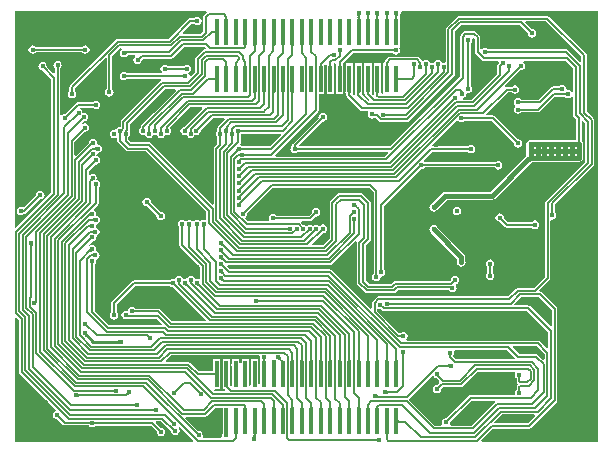
<source format=gbl>
G04*
G04 #@! TF.GenerationSoftware,Altium Limited,Altium Designer,20.0.2 (26)*
G04*
G04 Layer_Physical_Order=2*
G04 Layer_Color=16711680*
%FSLAX25Y25*%
%MOIN*%
G70*
G01*
G75*
%ADD15C,0.01000*%
%ADD20C,0.00600*%
%ADD100C,0.01500*%
%ADD101O,0.06693X0.04331*%
%ADD102O,0.08661X0.04331*%
%ADD103C,0.02559*%
%ADD104C,0.02200*%
%ADD105C,0.01575*%
%ADD106R,0.01181X0.09055*%
G36*
X128850Y143359D02*
X128807Y143306D01*
X128769Y143249D01*
X128737Y143190D01*
X128709Y143128D01*
X128686Y143062D01*
X128669Y142994D01*
X128656Y142923D01*
X128649Y142849D01*
X128648Y142831D01*
X128649Y142796D01*
X128657Y142694D01*
X128671Y142604D01*
X128691Y142526D01*
X128716Y142460D01*
X128747Y142406D01*
X128783Y142364D01*
X128825Y142334D01*
X128872Y142316D01*
X128925Y142310D01*
X127768D01*
X127821Y142316D01*
X127868Y142334D01*
X127910Y142364D01*
X127946Y142406D01*
X127977Y142460D01*
X128002Y142526D01*
X128021Y142604D01*
X128035Y142694D01*
X128043Y142796D01*
X128044Y142831D01*
X128044Y142849D01*
X128036Y142923D01*
X128024Y142994D01*
X128006Y143062D01*
X127983Y143128D01*
X127956Y143190D01*
X127923Y143249D01*
X127885Y143306D01*
X127843Y143359D01*
X127795Y143410D01*
X128898D01*
X128850Y143359D01*
D02*
G37*
G36*
X125700D02*
X125657Y143306D01*
X125620Y143249D01*
X125587Y143190D01*
X125559Y143128D01*
X125537Y143062D01*
X125519Y142994D01*
X125507Y142923D01*
X125499Y142849D01*
X125499Y142831D01*
X125499Y142796D01*
X125508Y142694D01*
X125522Y142604D01*
X125541Y142526D01*
X125566Y142460D01*
X125597Y142406D01*
X125633Y142364D01*
X125675Y142334D01*
X125722Y142316D01*
X125775Y142310D01*
X124618D01*
X124671Y142316D01*
X124718Y142334D01*
X124760Y142364D01*
X124796Y142406D01*
X124827Y142460D01*
X124852Y142526D01*
X124872Y142604D01*
X124885Y142694D01*
X124894Y142796D01*
X124895Y142831D01*
X124894Y142849D01*
X124887Y142923D01*
X124874Y142994D01*
X124856Y143062D01*
X124834Y143128D01*
X124806Y143190D01*
X124774Y143249D01*
X124736Y143306D01*
X124693Y143359D01*
X124645Y143410D01*
X125748D01*
X125700Y143359D01*
D02*
G37*
G36*
X122550D02*
X122508Y143306D01*
X122470Y143249D01*
X122438Y143190D01*
X122410Y143128D01*
X122387Y143062D01*
X122370Y142994D01*
X122357Y142923D01*
X122350Y142849D01*
X122349Y142831D01*
X122350Y142796D01*
X122358Y142694D01*
X122372Y142604D01*
X122392Y142526D01*
X122417Y142460D01*
X122447Y142406D01*
X122484Y142364D01*
X122525Y142334D01*
X122573Y142316D01*
X122626Y142310D01*
X121469D01*
X121521Y142316D01*
X121569Y142334D01*
X121611Y142364D01*
X121647Y142406D01*
X121677Y142460D01*
X121703Y142526D01*
X121722Y142604D01*
X121736Y142694D01*
X121744Y142796D01*
X121745Y142831D01*
X121745Y142849D01*
X121737Y142923D01*
X121724Y142994D01*
X121707Y143062D01*
X121684Y143128D01*
X121657Y143190D01*
X121624Y143249D01*
X121586Y143306D01*
X121544Y143359D01*
X121496Y143410D01*
X122598D01*
X122550Y143359D01*
D02*
G37*
G36*
X119401D02*
X119358Y143306D01*
X119321Y143249D01*
X119288Y143190D01*
X119260Y143128D01*
X119238Y143062D01*
X119220Y142994D01*
X119208Y142923D01*
X119200Y142849D01*
X119199Y142831D01*
X119200Y142796D01*
X119209Y142694D01*
X119223Y142604D01*
X119242Y142526D01*
X119267Y142460D01*
X119298Y142406D01*
X119334Y142364D01*
X119376Y142334D01*
X119423Y142316D01*
X119476Y142310D01*
X118319D01*
X118372Y142316D01*
X118419Y142334D01*
X118461Y142364D01*
X118497Y142406D01*
X118528Y142460D01*
X118553Y142526D01*
X118572Y142604D01*
X118586Y142694D01*
X118595Y142796D01*
X118596Y142831D01*
X118595Y142849D01*
X118587Y142923D01*
X118575Y142994D01*
X118557Y143062D01*
X118535Y143128D01*
X118507Y143190D01*
X118474Y143249D01*
X118437Y143306D01*
X118394Y143359D01*
X118346Y143410D01*
X119449D01*
X119401Y143359D01*
D02*
G37*
G36*
X116244Y143360D02*
X116202Y143307D01*
X116164Y143250D01*
X116132Y143190D01*
X116104Y143128D01*
X116082Y143063D01*
X116064Y142994D01*
X116051Y142923D01*
X116044Y142849D01*
X116044Y142832D01*
X116044Y142797D01*
X116053Y142694D01*
X116068Y142604D01*
X116087Y142527D01*
X116113Y142461D01*
X116145Y142407D01*
X116181Y142365D01*
X116224Y142334D01*
X116272Y142316D01*
X116326Y142310D01*
X115169D01*
X115221Y142316D01*
X115268Y142334D01*
X115308Y142364D01*
X115344Y142406D01*
X115374Y142460D01*
X115398Y142526D01*
X115417Y142604D01*
X115431Y142694D01*
X115439Y142796D01*
X115440Y142830D01*
X115439Y142849D01*
X115431Y142923D01*
X115419Y142994D01*
X115401Y143062D01*
X115378Y143127D01*
X115351Y143190D01*
X115318Y143249D01*
X115280Y143305D01*
X115237Y143359D01*
X115190Y143410D01*
X116292Y143411D01*
X116244Y143360D01*
D02*
G37*
G36*
X72002Y142705D02*
X72017Y142544D01*
X72030Y142479D01*
X72047Y142424D01*
X72068Y142379D01*
X72093Y142343D01*
X72121Y142318D01*
X72154Y142303D01*
X72190Y142298D01*
X71210D01*
X71246Y142303D01*
X71279Y142318D01*
X71307Y142343D01*
X71332Y142379D01*
X71353Y142424D01*
X71370Y142479D01*
X71383Y142544D01*
X71392Y142619D01*
X71398Y142705D01*
X71400Y142800D01*
X72000D01*
X72002Y142705D01*
D02*
G37*
G36*
X65150Y144048D02*
X64251Y143149D01*
X64052Y142851D01*
X63982Y142500D01*
Y137817D01*
X63183Y137018D01*
X57314D01*
X57123Y137480D01*
X60026Y140382D01*
X60953D01*
X61009Y140300D01*
X61467Y139993D01*
X62009Y139885D01*
X62550Y139993D01*
X63009Y140300D01*
X63316Y140759D01*
X63423Y141300D01*
X63316Y141841D01*
X63009Y142300D01*
X62550Y142607D01*
X62009Y142715D01*
X61467Y142607D01*
X61009Y142300D01*
X60953Y142218D01*
X59646D01*
X59294Y142148D01*
X58997Y141949D01*
X52365Y135318D01*
X35403D01*
X35052Y135248D01*
X34754Y135049D01*
X19604Y119899D01*
X19405Y119601D01*
X19335Y119250D01*
Y118002D01*
X19253Y117947D01*
X18946Y117488D01*
X18838Y116947D01*
X18946Y116406D01*
X19253Y115947D01*
X19712Y115640D01*
X20253Y115532D01*
X20794Y115640D01*
X21253Y115947D01*
X21560Y116406D01*
X21668Y116947D01*
X21560Y117488D01*
X21253Y117947D01*
X21171Y118002D01*
Y118870D01*
X31320Y129020D01*
X31782Y128828D01*
Y118555D01*
X31700Y118500D01*
X31393Y118041D01*
X31285Y117500D01*
X31393Y116959D01*
X31700Y116500D01*
X32159Y116193D01*
X32700Y116085D01*
X33241Y116193D01*
X33700Y116500D01*
X34007Y116959D01*
X34115Y117500D01*
X34007Y118041D01*
X33700Y118500D01*
X33618Y118555D01*
Y129620D01*
X36254Y132256D01*
X36654Y132210D01*
X36801Y131735D01*
X36600Y131600D01*
X36293Y131141D01*
X36185Y130600D01*
X36293Y130059D01*
X36600Y129600D01*
X37059Y129293D01*
X37600Y129185D01*
X38141Y129293D01*
X38600Y129600D01*
X38854Y129980D01*
X38883Y129981D01*
X38952Y130012D01*
X41234D01*
X41386Y129512D01*
X41069Y129300D01*
X40763Y128841D01*
X40655Y128300D01*
X40763Y127759D01*
X41069Y127300D01*
X41528Y126993D01*
X42070Y126885D01*
X42611Y126993D01*
X43070Y127300D01*
X43376Y127759D01*
X43484Y128300D01*
X43465Y128398D01*
X43879Y128812D01*
X53166D01*
X53518Y128882D01*
X53815Y129081D01*
X57517Y132782D01*
X64420D01*
X64823Y132380D01*
X64631Y131918D01*
X64503D01*
X64152Y131848D01*
X63854Y131649D01*
X61651Y129446D01*
X61452Y129148D01*
X61382Y128797D01*
Y124380D01*
X59955Y122953D01*
X59732Y122997D01*
X59445Y123150D01*
X59357Y123591D01*
X59284Y123700D01*
X59062Y124060D01*
X59412Y124341D01*
X59500Y124400D01*
X59807Y124859D01*
X59915Y125400D01*
X59807Y125941D01*
X59500Y126400D01*
X59041Y126707D01*
X58500Y126815D01*
X57959Y126707D01*
X57500Y126400D01*
X57445Y126318D01*
X52156D01*
X52100Y126400D01*
X51641Y126707D01*
X51100Y126815D01*
X50559Y126707D01*
X50100Y126400D01*
X49793Y125941D01*
X49685Y125400D01*
X49793Y124859D01*
X50100Y124400D01*
X50223Y124318D01*
X50071Y123818D01*
X38555D01*
X38500Y123900D01*
X38041Y124207D01*
X37500Y124315D01*
X36959Y124207D01*
X36500Y123900D01*
X36193Y123441D01*
X36085Y122900D01*
X36193Y122359D01*
X36500Y121900D01*
X36959Y121593D01*
X37500Y121485D01*
X38041Y121593D01*
X38500Y121900D01*
X38555Y121982D01*
X49769D01*
X49854Y121482D01*
X49654Y121349D01*
X36728Y108422D01*
X36529Y108125D01*
X36459Y107773D01*
Y106384D01*
X36130Y106115D01*
X35589Y106007D01*
X35130Y105700D01*
X34823Y105241D01*
X34368Y105073D01*
X34162Y105115D01*
X33621Y105007D01*
X33162Y104700D01*
X32855Y104241D01*
X32747Y103700D01*
X32855Y103159D01*
X33162Y102700D01*
X33621Y102393D01*
X34162Y102285D01*
X34703Y102393D01*
X34834Y102480D01*
X35334Y102213D01*
Y101348D01*
X35404Y100997D01*
X35603Y100700D01*
X38151Y98151D01*
X38449Y97952D01*
X38800Y97882D01*
X44923D01*
X65064Y77742D01*
Y75234D01*
X64694Y75037D01*
X64564Y75016D01*
X64069Y75115D01*
X63528Y75007D01*
X63274Y74837D01*
X62916Y74741D01*
X62559Y74837D01*
X62305Y75007D01*
X61764Y75115D01*
X61223Y75007D01*
X60908Y74797D01*
X60568Y74736D01*
X60227Y74797D01*
X59913Y75007D01*
X59371Y75115D01*
X58830Y75007D01*
X58515Y74797D01*
X58175Y74736D01*
X57834Y74797D01*
X57520Y75007D01*
X56978Y75115D01*
X56437Y75007D01*
X55978Y74700D01*
X55672Y74241D01*
X55564Y73700D01*
X55672Y73159D01*
X55978Y72700D01*
X56061Y72645D01*
Y66622D01*
X56131Y66271D01*
X56330Y65973D01*
X62882Y59420D01*
Y55530D01*
X62534Y55344D01*
X62382Y55309D01*
X61896Y55405D01*
X61713Y55369D01*
X61164Y55569D01*
X60857Y56028D01*
X60398Y56335D01*
X59857Y56442D01*
X59316Y56335D01*
X58857Y56028D01*
X58550Y55569D01*
X57987Y55301D01*
X57876Y55323D01*
X57335Y55216D01*
X57294Y55233D01*
X57227Y55569D01*
X56920Y56028D01*
X56461Y56335D01*
X55920Y56442D01*
X55379Y56335D01*
X54920Y56028D01*
X54613Y55569D01*
X54603Y55517D01*
X54461Y55235D01*
X53920Y55343D01*
X53379Y55235D01*
X52920Y54928D01*
X52865Y54846D01*
X40828D01*
X40477Y54776D01*
X40179Y54577D01*
X33551Y47949D01*
X33352Y47651D01*
X33282Y47300D01*
Y44256D01*
X33200Y44200D01*
X32893Y43741D01*
X32785Y43200D01*
X32893Y42659D01*
X33200Y42200D01*
X33659Y41893D01*
X34200Y41785D01*
X34741Y41893D01*
X35200Y42200D01*
X35507Y42659D01*
X35615Y43200D01*
X35507Y43741D01*
X35200Y44200D01*
X35118Y44256D01*
Y46920D01*
X41208Y53010D01*
X52865D01*
X52920Y52928D01*
X53379Y52621D01*
X53920Y52513D01*
X54018Y52533D01*
X64780Y41770D01*
X64589Y41308D01*
X53490D01*
X49609Y45189D01*
X49311Y45388D01*
X48960Y45458D01*
X41151D01*
X41096Y45540D01*
X40637Y45847D01*
X40096Y45955D01*
X39555Y45847D01*
X39096Y45540D01*
X38789Y45081D01*
X38778Y45025D01*
X38640Y44744D01*
X38099Y44852D01*
X37558Y44744D01*
X37099Y44437D01*
X36792Y43978D01*
X36684Y43437D01*
X36792Y42896D01*
X37099Y42437D01*
X37558Y42130D01*
X38099Y42022D01*
X38258Y42054D01*
X38332Y42005D01*
X38683Y41935D01*
X48570D01*
X50226Y40280D01*
X50034Y39818D01*
X32680D01*
X27823Y44675D01*
Y60220D01*
X27905Y60275D01*
X28212Y60734D01*
X28319Y61275D01*
X28292Y61413D01*
X28549Y61908D01*
X28651Y61976D01*
X29008Y62215D01*
X29315Y62674D01*
X29422Y63215D01*
X29315Y63756D01*
X29008Y64215D01*
X28549Y64522D01*
X28493Y64533D01*
X28212Y64671D01*
X28319Y65212D01*
X28212Y65753D01*
X27905Y66212D01*
X27446Y66519D01*
X26905Y66627D01*
X26364Y66519D01*
X26111Y66350D01*
X25792Y66738D01*
X26807Y67754D01*
X26905Y67734D01*
X27446Y67842D01*
X27905Y68149D01*
X28212Y68608D01*
X28319Y69149D01*
X28292Y69285D01*
X28293Y69289D01*
X28549Y69782D01*
X28651Y69850D01*
X28651Y69850D01*
X28800Y69950D01*
X29008Y70089D01*
X29315Y70548D01*
X29422Y71089D01*
X29315Y71630D01*
X29008Y72089D01*
X28549Y72396D01*
X28493Y72407D01*
X28212Y72545D01*
X28319Y73086D01*
X28294Y73214D01*
X28641Y73793D01*
X29100Y74100D01*
X29407Y74559D01*
X29515Y75100D01*
X29407Y75641D01*
X29100Y76100D01*
X28641Y76407D01*
X28199Y76495D01*
X28306Y77036D01*
X28199Y77577D01*
X27892Y78036D01*
X27624Y78216D01*
X27501Y78800D01*
X28824Y80123D01*
X29023Y80421D01*
X29092Y80772D01*
Y85915D01*
X29175Y85971D01*
X29482Y86430D01*
X29589Y86971D01*
X29482Y87512D01*
X29175Y87971D01*
X28716Y88278D01*
X28660Y88289D01*
X28379Y88427D01*
X28486Y88968D01*
X28379Y89509D01*
X28072Y89968D01*
X27613Y90275D01*
X27072Y90382D01*
X26531Y90275D01*
X26318Y90133D01*
X25818Y90400D01*
Y91190D01*
X28077Y93450D01*
X28175Y93430D01*
X28716Y93538D01*
X29175Y93845D01*
X29482Y94304D01*
X29589Y94845D01*
X29482Y95386D01*
X29175Y95845D01*
X28716Y96152D01*
X28660Y96163D01*
X28379Y96301D01*
X28486Y96842D01*
X28466Y96942D01*
X28800Y97385D01*
X29341Y97493D01*
X29800Y97800D01*
X30107Y98259D01*
X30215Y98800D01*
X30107Y99341D01*
X29800Y99800D01*
X29341Y100107D01*
X29028Y100169D01*
X28607Y100618D01*
X28500Y101159D01*
X28193Y101618D01*
X27734Y101925D01*
X27193Y102033D01*
X26652Y101925D01*
X26193Y101618D01*
X25886Y101159D01*
X25787Y100659D01*
X21480Y96352D01*
X21018Y96544D01*
Y100920D01*
X24502Y104405D01*
X24600Y104385D01*
X25141Y104493D01*
X25600Y104800D01*
X25907Y105259D01*
X26015Y105800D01*
X25907Y106341D01*
X25600Y106800D01*
X25141Y107107D01*
X24600Y107215D01*
X24059Y107107D01*
X23917Y107012D01*
X23598Y107401D01*
X24203Y108005D01*
X24300Y107985D01*
X24841Y108093D01*
X25300Y108400D01*
X25607Y108859D01*
X25715Y109400D01*
X25607Y109941D01*
X25300Y110400D01*
X24841Y110707D01*
X24300Y110815D01*
X23792Y110714D01*
X23707Y111141D01*
X23400Y111600D01*
X23173Y111752D01*
X23023Y112324D01*
X23037Y112398D01*
X23086Y112464D01*
X27226D01*
X27282Y112382D01*
X27741Y112075D01*
X28282Y111967D01*
X28823Y112075D01*
X29282Y112382D01*
X29589Y112841D01*
X29697Y113382D01*
X29589Y113923D01*
X29282Y114382D01*
X28823Y114689D01*
X28282Y114796D01*
X27741Y114689D01*
X27282Y114382D01*
X27226Y114300D01*
X22282D01*
X21931Y114230D01*
X21633Y114031D01*
X17898Y110295D01*
X17800Y110315D01*
X17259Y110207D01*
X16818Y109912D01*
X16711Y109933D01*
X16318Y110079D01*
Y125545D01*
X16400Y125600D01*
X16707Y126059D01*
X16815Y126600D01*
X16707Y127141D01*
X16400Y127600D01*
X15941Y127907D01*
X15400Y128015D01*
X14859Y127907D01*
X14400Y127600D01*
X14093Y127141D01*
X13985Y126600D01*
X14093Y126059D01*
X14400Y125600D01*
X14482Y125545D01*
Y124069D01*
X14020Y123877D01*
X11795Y126102D01*
X11815Y126200D01*
X11707Y126741D01*
X11400Y127200D01*
X10941Y127507D01*
X10400Y127615D01*
X9859Y127507D01*
X9400Y127200D01*
X9093Y126741D01*
X8985Y126200D01*
X9093Y125659D01*
X9400Y125200D01*
X9859Y124893D01*
X10400Y124785D01*
X10498Y124805D01*
X13282Y122020D01*
Y84148D01*
X1584Y72449D01*
X1122Y72640D01*
Y144548D01*
X64943D01*
X65150Y144048D01*
D02*
G37*
G36*
X67937Y137195D02*
X67931Y137252D01*
X67913Y137303D01*
X67882Y137348D01*
X67839Y137387D01*
X67784Y137420D01*
X67717Y137447D01*
X67637Y137468D01*
X67546Y137483D01*
X67442Y137492D01*
X67325Y137495D01*
Y138095D01*
X67442Y138098D01*
X67546Y138107D01*
X67637Y138122D01*
X67717Y138143D01*
X67784Y138170D01*
X67839Y138203D01*
X67882Y138242D01*
X67913Y138287D01*
X67931Y138338D01*
X67937Y138395D01*
Y137195D01*
D02*
G37*
G36*
X78436Y133286D02*
X78398Y133270D01*
X78364Y133243D01*
X78334Y133205D01*
X78309Y133157D01*
X78289Y133097D01*
X78273Y133027D01*
X78262Y132947D01*
X78255Y132855D01*
X78253Y132753D01*
X77653D01*
X77650Y132855D01*
X77632Y133027D01*
X77616Y133097D01*
X77596Y133157D01*
X77571Y133205D01*
X77542Y133243D01*
X77508Y133270D01*
X77469Y133286D01*
X77426Y133291D01*
X78479D01*
X78436Y133286D01*
D02*
G37*
G36*
X100525Y133273D02*
X100477Y133255D01*
X100434Y133225D01*
X100398Y133183D01*
X100367Y133129D01*
X100341Y133063D01*
X100321Y132985D01*
X100307Y132895D01*
X100299Y132793D01*
X100296Y132679D01*
X99696D01*
X99693Y132793D01*
X99685Y132895D01*
X99671Y132985D01*
X99652Y133063D01*
X99627Y133129D01*
X99597Y133183D01*
X99561Y133225D01*
X99520Y133255D01*
X99474Y133273D01*
X99421Y133279D01*
X100578D01*
X100525Y133273D01*
D02*
G37*
G36*
X97375D02*
X97327Y133255D01*
X97285Y133225D01*
X97248Y133183D01*
X97217Y133129D01*
X97192Y133063D01*
X97172Y132985D01*
X97158Y132895D01*
X97149Y132793D01*
X97146Y132679D01*
X96546D01*
X96544Y132793D01*
X96535Y132895D01*
X96522Y132985D01*
X96503Y133063D01*
X96478Y133129D01*
X96448Y133183D01*
X96412Y133225D01*
X96371Y133255D01*
X96324Y133273D01*
X96272Y133279D01*
X97429D01*
X97375Y133273D01*
D02*
G37*
G36*
X94226D02*
X94178Y133255D01*
X94135Y133225D01*
X94099Y133183D01*
X94067Y133129D01*
X94042Y133063D01*
X94022Y132985D01*
X94008Y132895D01*
X94000Y132793D01*
X93997Y132679D01*
X93397D01*
X93394Y132793D01*
X93386Y132895D01*
X93372Y132985D01*
X93353Y133063D01*
X93328Y133129D01*
X93298Y133183D01*
X93262Y133225D01*
X93221Y133255D01*
X93174Y133273D01*
X93122Y133279D01*
X94279D01*
X94226Y133273D01*
D02*
G37*
G36*
X91076D02*
X91028Y133255D01*
X90986Y133225D01*
X90949Y133183D01*
X90918Y133129D01*
X90892Y133063D01*
X90873Y132985D01*
X90859Y132895D01*
X90850Y132793D01*
X90847Y132679D01*
X90247D01*
X90245Y132793D01*
X90236Y132895D01*
X90223Y132985D01*
X90203Y133063D01*
X90179Y133129D01*
X90148Y133183D01*
X90113Y133225D01*
X90071Y133255D01*
X90025Y133273D01*
X89973Y133279D01*
X91130D01*
X91076Y133273D01*
D02*
G37*
G36*
X87926D02*
X87878Y133255D01*
X87836Y133225D01*
X87799Y133183D01*
X87768Y133129D01*
X87743Y133063D01*
X87723Y132985D01*
X87709Y132895D01*
X87700Y132793D01*
X87698Y132679D01*
X87098D01*
X87095Y132793D01*
X87087Y132895D01*
X87073Y132985D01*
X87054Y133063D01*
X87029Y133129D01*
X86999Y133183D01*
X86963Y133225D01*
X86922Y133255D01*
X86875Y133273D01*
X86823Y133279D01*
X87980D01*
X87926Y133273D01*
D02*
G37*
G36*
X84777D02*
X84730Y133255D01*
X84688Y133225D01*
X84651Y133183D01*
X84620Y133129D01*
X84595Y133063D01*
X84576Y132985D01*
X84562Y132895D01*
X84553Y132793D01*
X84550Y132679D01*
X83950D01*
X83948Y132793D01*
X83939Y132895D01*
X83925Y132985D01*
X83906Y133063D01*
X83881Y133129D01*
X83851Y133183D01*
X83815Y133225D01*
X83773Y133255D01*
X83726Y133273D01*
X83673Y133279D01*
X84830D01*
X84777Y133273D01*
D02*
G37*
G36*
X81627D02*
X81579Y133255D01*
X81537Y133225D01*
X81500Y133183D01*
X81469Y133129D01*
X81444Y133063D01*
X81424Y132985D01*
X81410Y132895D01*
X81401Y132793D01*
X81398Y132679D01*
X80798D01*
X80796Y132793D01*
X80787Y132895D01*
X80774Y132985D01*
X80755Y133063D01*
X80730Y133129D01*
X80699Y133183D01*
X80664Y133225D01*
X80623Y133255D01*
X80576Y133273D01*
X80524Y133279D01*
X81681D01*
X81627Y133273D01*
D02*
G37*
G36*
X109904Y131187D02*
X109862Y131133D01*
X109824Y131077D01*
X109791Y131017D01*
X109764Y130955D01*
X109741Y130890D01*
X109723Y130822D01*
X109711Y130751D01*
X109703Y130676D01*
X109701Y130599D01*
X109101D01*
X109098Y130676D01*
X109091Y130751D01*
X109078Y130822D01*
X109061Y130890D01*
X109038Y130955D01*
X109010Y131017D01*
X108978Y131077D01*
X108940Y131133D01*
X108897Y131187D01*
X108850Y131238D01*
X109952D01*
X109904Y131187D01*
D02*
G37*
G36*
X37942Y131313D02*
X38058Y131280D01*
X38119Y131267D01*
X38251Y131246D01*
X38320Y131239D01*
X38545Y131230D01*
X38859Y130630D01*
X38780Y130627D01*
X38707Y130618D01*
X38639Y130603D01*
X38578Y130582D01*
X38524Y130556D01*
X38475Y130524D01*
X38432Y130485D01*
X38396Y130441D01*
X38366Y130391D01*
X38341Y130335D01*
X37888Y131333D01*
X37942Y131313D01*
D02*
G37*
G36*
X107138Y129549D02*
X107087Y129596D01*
X107033Y129639D01*
X106977Y129677D01*
X106917Y129710D01*
X106855Y129737D01*
X106790Y129760D01*
X106722Y129777D01*
X106650Y129790D01*
X106577Y129797D01*
X106500Y129800D01*
Y130400D01*
X106577Y130403D01*
X106650Y130410D01*
X106722Y130423D01*
X106790Y130440D01*
X106855Y130463D01*
X106917Y130490D01*
X106977Y130523D01*
X107033Y130561D01*
X107087Y130604D01*
X107138Y130651D01*
Y129549D01*
D02*
G37*
G36*
X125496Y127048D02*
X125504Y126946D01*
X125519Y126856D01*
X125538Y126778D01*
X125564Y126712D01*
X125595Y126658D01*
X125631Y126616D01*
X125674Y126586D01*
X125722Y126568D01*
X125776Y126562D01*
X124618D01*
X124671Y126568D01*
X124717Y126586D01*
X124758Y126616D01*
X124794Y126658D01*
X124824Y126712D01*
X124849Y126778D01*
X124868Y126856D01*
X124882Y126946D01*
X124890Y127048D01*
X124893Y127162D01*
X125493D01*
X125496Y127048D01*
D02*
G37*
G36*
X109752D02*
X109760Y126946D01*
X109774Y126856D01*
X109793Y126778D01*
X109818Y126712D01*
X109849Y126658D01*
X109885Y126616D01*
X109927Y126586D01*
X109975Y126568D01*
X110027Y126562D01*
X108870D01*
X108923Y126568D01*
X108971Y126586D01*
X109012Y126616D01*
X109049Y126658D01*
X109079Y126712D01*
X109104Y126778D01*
X109124Y126856D01*
X109138Y126946D01*
X109146Y127048D01*
X109149Y127162D01*
X109749D01*
X109752Y127048D01*
D02*
G37*
G36*
X106602D02*
X106610Y126946D01*
X106624Y126856D01*
X106644Y126778D01*
X106669Y126712D01*
X106700Y126658D01*
X106736Y126616D01*
X106778Y126586D01*
X106825Y126568D01*
X106878Y126562D01*
X105721D01*
X105774Y126568D01*
X105821Y126586D01*
X105863Y126616D01*
X105899Y126658D01*
X105930Y126712D01*
X105955Y126778D01*
X105974Y126856D01*
X105988Y126946D01*
X105997Y127048D01*
X105999Y127162D01*
X106599D01*
X106602Y127048D01*
D02*
G37*
G36*
X78257D02*
X78265Y126946D01*
X78279Y126856D01*
X78299Y126778D01*
X78324Y126712D01*
X78354Y126658D01*
X78390Y126616D01*
X78432Y126586D01*
X78479Y126568D01*
X78531Y126562D01*
X77374D01*
X77428Y126568D01*
X77475Y126586D01*
X77517Y126616D01*
X77553Y126658D01*
X77584Y126712D01*
X77609Y126778D01*
X77629Y126856D01*
X77643Y126946D01*
X77651Y127048D01*
X77654Y127162D01*
X78254D01*
X78257Y127048D01*
D02*
G37*
G36*
X75106D02*
X75114Y126946D01*
X75128Y126856D01*
X75148Y126778D01*
X75173Y126712D01*
X75204Y126658D01*
X75240Y126616D01*
X75282Y126586D01*
X75329Y126568D01*
X75382Y126562D01*
X74225D01*
X74278Y126568D01*
X74325Y126586D01*
X74367Y126616D01*
X74403Y126658D01*
X74434Y126712D01*
X74459Y126778D01*
X74478Y126856D01*
X74492Y126946D01*
X74501Y127048D01*
X74503Y127162D01*
X75103D01*
X75106Y127048D01*
D02*
G37*
G36*
X71956D02*
X71965Y126946D01*
X71979Y126856D01*
X71998Y126778D01*
X72023Y126712D01*
X72054Y126658D01*
X72090Y126616D01*
X72132Y126586D01*
X72179Y126568D01*
X72232Y126562D01*
X71075D01*
X71128Y126568D01*
X71175Y126586D01*
X71217Y126616D01*
X71253Y126658D01*
X71284Y126712D01*
X71309Y126778D01*
X71329Y126856D01*
X71343Y126946D01*
X71351Y127048D01*
X71354Y127162D01*
X71954D01*
X71956Y127048D01*
D02*
G37*
G36*
X103446Y126830D02*
X103462Y126581D01*
X103467Y126564D01*
X103473Y126554D01*
X103479Y126550D01*
X102813D01*
X102819Y126554D01*
X102825Y126564D01*
X102830Y126581D01*
X102834Y126606D01*
X102838Y126637D01*
X102843Y126719D01*
X102846Y126895D01*
X103446D01*
X103446Y126830D01*
D02*
G37*
G36*
X136660Y127003D02*
X136668Y126929D01*
X136680Y126858D01*
X136698Y126790D01*
X136720Y126724D01*
X136748Y126662D01*
X136781Y126603D01*
X136818Y126546D01*
X136861Y126492D01*
X136909Y126442D01*
X135806D01*
X135854Y126492D01*
X135897Y126546D01*
X135934Y126603D01*
X135967Y126662D01*
X135995Y126724D01*
X136017Y126790D01*
X136035Y126858D01*
X136047Y126929D01*
X136055Y127003D01*
X136057Y127080D01*
X136658D01*
X136660Y127003D01*
D02*
G37*
G36*
X142735Y126418D02*
X142692Y126365D01*
X142655Y126308D01*
X142622Y126249D01*
X142594Y126187D01*
X142572Y126121D01*
X142554Y126053D01*
X142542Y125982D01*
X142534Y125908D01*
X142532Y125831D01*
X141931D01*
X141929Y125908D01*
X141921Y125982D01*
X141909Y126053D01*
X141891Y126121D01*
X141869Y126187D01*
X141841Y126249D01*
X141808Y126308D01*
X141771Y126365D01*
X141728Y126418D01*
X141680Y126469D01*
X142783D01*
X142735Y126418D01*
D02*
G37*
G36*
X138798D02*
X138755Y126365D01*
X138718Y126308D01*
X138685Y126249D01*
X138657Y126187D01*
X138635Y126121D01*
X138617Y126053D01*
X138604Y125982D01*
X138597Y125908D01*
X138594Y125831D01*
X137995D01*
X137992Y125908D01*
X137984Y125982D01*
X137972Y126053D01*
X137954Y126121D01*
X137932Y126187D01*
X137904Y126249D01*
X137871Y126308D01*
X137834Y126365D01*
X137791Y126418D01*
X137743Y126469D01*
X138846D01*
X138798Y126418D01*
D02*
G37*
G36*
X134861D02*
X134818Y126365D01*
X134781Y126308D01*
X134748Y126249D01*
X134720Y126187D01*
X134698Y126121D01*
X134680Y126053D01*
X134668Y125982D01*
X134660Y125908D01*
X134658Y125831D01*
X134057D01*
X134055Y125908D01*
X134047Y125982D01*
X134035Y126053D01*
X134017Y126121D01*
X133995Y126187D01*
X133967Y126249D01*
X133934Y126308D01*
X133897Y126365D01*
X133854Y126418D01*
X133806Y126469D01*
X134909D01*
X134861Y126418D01*
D02*
G37*
G36*
X166393Y125729D02*
X166350Y125676D01*
X166312Y125619D01*
X166280Y125560D01*
X166252Y125497D01*
X166229Y125432D01*
X166212Y125364D01*
X166199Y125293D01*
X166192Y125219D01*
X166189Y125142D01*
X165589D01*
X165587Y125219D01*
X165579Y125293D01*
X165567Y125364D01*
X165549Y125432D01*
X165526Y125497D01*
X165499Y125560D01*
X165466Y125619D01*
X165428Y125676D01*
X165386Y125729D01*
X165338Y125780D01*
X166440D01*
X166393Y125729D01*
D02*
G37*
G36*
X187282Y125523D02*
Y117782D01*
X186782Y117630D01*
X186574Y117941D01*
X186116Y118248D01*
X185574Y118356D01*
X185483Y118338D01*
X185020Y118573D01*
X184913Y119114D01*
X184606Y119573D01*
X184147Y119880D01*
X183606Y119987D01*
X183064Y119880D01*
X182606Y119573D01*
X182550Y119490D01*
X180573D01*
X180221Y119420D01*
X179924Y119221D01*
X175820Y115118D01*
X169956D01*
X169900Y115200D01*
X169441Y115507D01*
X168900Y115615D01*
X168359Y115507D01*
X167900Y115200D01*
X167593Y114741D01*
X167485Y114200D01*
X167593Y113659D01*
X167900Y113200D01*
Y112800D01*
X167593Y112341D01*
X167485Y111800D01*
X167593Y111259D01*
X167900Y110800D01*
X168359Y110493D01*
X168900Y110385D01*
X169441Y110493D01*
X169900Y110800D01*
X169956Y110882D01*
X175700D01*
X176051Y110952D01*
X176349Y111151D01*
X181165Y115968D01*
X184556D01*
X184574Y115941D01*
X185033Y115634D01*
X185574Y115527D01*
X186116Y115634D01*
X186574Y115941D01*
X186782Y116252D01*
X187282Y116100D01*
Y110103D01*
X187352Y109752D01*
X187551Y109454D01*
X188382Y108623D01*
Y101776D01*
X187177D01*
X186986Y101815D01*
X186794Y101776D01*
X184863D01*
X184671Y101815D01*
X184480Y101776D01*
X182549D01*
X182357Y101815D01*
X182165Y101776D01*
X180235D01*
X180043Y101815D01*
X179851Y101776D01*
X177920D01*
X177729Y101815D01*
X177537Y101776D01*
X175606D01*
X175414Y101815D01*
X175223Y101776D01*
X173292D01*
X173100Y101815D01*
X172559Y101707D01*
X172100Y101400D01*
X171793Y100941D01*
X171685Y100400D01*
X171724Y100208D01*
Y98292D01*
X171685Y98100D01*
X171724Y97908D01*
Y96431D01*
X171412Y96223D01*
X171412Y96223D01*
X159665Y84476D01*
X144700D01*
X144173Y84372D01*
X143727Y84073D01*
X139961Y80308D01*
X139799Y80199D01*
X139492Y79741D01*
X139385Y79199D01*
X139492Y78658D01*
X139799Y78199D01*
X140258Y77892D01*
X140799Y77785D01*
X141341Y77892D01*
X141799Y78199D01*
X141908Y78361D01*
X145270Y81724D01*
X160235D01*
X160762Y81828D01*
X161208Y82127D01*
X173067Y93986D01*
X173503Y94277D01*
X173650Y94424D01*
X175223D01*
X175414Y94385D01*
X175606Y94424D01*
X177537D01*
X177729Y94385D01*
X177920Y94424D01*
X179851D01*
X180043Y94385D01*
X180235Y94424D01*
X182165D01*
X182357Y94385D01*
X182549Y94424D01*
X184480D01*
X184671Y94385D01*
X184863Y94424D01*
X186794D01*
X186986Y94385D01*
X187177Y94424D01*
X189108D01*
X189300Y94385D01*
X189841Y94493D01*
X190300Y94800D01*
X190607Y95259D01*
X190715Y95800D01*
X190676Y95992D01*
Y97908D01*
X190715Y98100D01*
X190676Y98292D01*
Y100208D01*
X190715Y100400D01*
X190607Y100941D01*
X190300Y101400D01*
X190218Y101455D01*
Y107831D01*
X190680Y108023D01*
X191282Y107420D01*
Y94480D01*
X178151Y81349D01*
X177952Y81051D01*
X177882Y80700D01*
Y55980D01*
X174213Y52311D01*
X168849D01*
X168498Y52241D01*
X168201Y52042D01*
X165666Y49508D01*
X122391D01*
X122039Y49438D01*
X121742Y49239D01*
X120439Y47937D01*
X120240Y47639D01*
X120171Y47288D01*
Y45560D01*
X119709Y45368D01*
X106816Y58262D01*
X106518Y58460D01*
X106167Y58530D01*
X72817D01*
X72300Y59047D01*
X72205Y59189D01*
X71912Y59482D01*
X72119Y59982D01*
X106297D01*
X106648Y60052D01*
X106946Y60251D01*
X114805Y68110D01*
X115193Y67791D01*
X115189Y67785D01*
X115119Y67434D01*
Y53963D01*
X115189Y53612D01*
X115388Y53314D01*
X117751Y50951D01*
X118049Y50752D01*
X118400Y50682D01*
X127600D01*
X127951Y50752D01*
X128249Y50951D01*
X128966Y51668D01*
X145737D01*
X146007Y51264D01*
X146466Y50958D01*
X147007Y50850D01*
X147549Y50958D01*
X148008Y51264D01*
X148314Y51723D01*
X148422Y52265D01*
X148314Y52806D01*
X148079Y53158D01*
X148069Y53184D01*
X148068Y53191D01*
X148071Y53315D01*
X148122Y53484D01*
X148241Y53711D01*
X148513Y53765D01*
X148972Y54071D01*
X149278Y54530D01*
X149386Y55072D01*
X149278Y55613D01*
X148972Y56072D01*
X148513Y56379D01*
X147972Y56486D01*
X147430Y56379D01*
X146971Y56072D01*
X146665Y55613D01*
X146579Y55180D01*
X146535Y55083D01*
X146534Y55041D01*
X146532Y55027D01*
X146530Y55014D01*
X146526Y55002D01*
X146522Y54990D01*
X146515Y54976D01*
X146505Y54960D01*
X146492Y54941D01*
X146474Y54919D01*
X146437Y54879D01*
X146410Y54808D01*
X146306Y54704D01*
X127986D01*
X127635Y54634D01*
X127337Y54435D01*
X126620Y53718D01*
X119277D01*
X118154Y54840D01*
Y66557D01*
X119549Y67951D01*
X119748Y68249D01*
X119818Y68600D01*
Y80500D01*
X119748Y80851D01*
X119549Y81149D01*
X117049Y83649D01*
X116751Y83848D01*
X116400Y83918D01*
X109300D01*
X108949Y83848D01*
X108651Y83649D01*
X106351Y81349D01*
X106152Y81051D01*
X106082Y80700D01*
Y68771D01*
X103929Y66618D01*
X100388D01*
X100197Y67080D01*
X103803Y70685D01*
X103900Y70666D01*
X104441Y70774D01*
X104900Y71080D01*
X105207Y71539D01*
X105315Y72080D01*
X105207Y72622D01*
X104900Y73081D01*
X104441Y73387D01*
X103900Y73495D01*
X103359Y73387D01*
X102900Y73081D01*
X102704D01*
X102245Y73387D01*
X101704Y73495D01*
X101163Y73387D01*
X100704Y73081D01*
X100508D01*
X100049Y73387D01*
X99508Y73495D01*
X98967Y73387D01*
X98508Y73081D01*
X98312D01*
X97853Y73387D01*
X97312Y73495D01*
X97215Y73476D01*
X96593Y74097D01*
X96772Y74596D01*
X96773Y74597D01*
X99530D01*
X99881Y74667D01*
X100179Y74865D01*
X101460Y76147D01*
X101558Y76127D01*
X102099Y76235D01*
X102558Y76542D01*
X102865Y77001D01*
X102972Y77542D01*
X102865Y78083D01*
X102558Y78542D01*
X102099Y78849D01*
X101558Y78957D01*
X101016Y78849D01*
X100558Y78542D01*
X100251Y78083D01*
X100143Y77542D01*
X100163Y77445D01*
X99150Y76432D01*
X88418D01*
X88363Y76515D01*
X87904Y76821D01*
X87363Y76929D01*
X86821Y76821D01*
X86362Y76515D01*
X86056Y76056D01*
X85948Y75514D01*
X86052Y74992D01*
X86054Y74970D01*
X85776Y74492D01*
X78962D01*
X78054Y75400D01*
X78117Y76044D01*
X78200Y76100D01*
X78507Y76559D01*
X78615Y77100D01*
X78595Y77197D01*
X87180Y85782D01*
X119320D01*
X120782Y84320D01*
Y57055D01*
X120700Y57000D01*
X120393Y56541D01*
X120285Y56000D01*
X120393Y55459D01*
X120700Y55000D01*
X121159Y54693D01*
X121700Y54585D01*
X122241Y54693D01*
X122700Y55000D01*
X123007Y55459D01*
X123060Y55723D01*
X123237Y56063D01*
X123577Y56240D01*
X123841Y56293D01*
X124300Y56600D01*
X124607Y57059D01*
X124715Y57600D01*
X124607Y58141D01*
X124300Y58600D01*
X124218Y58656D01*
Y79620D01*
X136602Y92005D01*
X136700Y91985D01*
X137241Y92093D01*
X137700Y92400D01*
X137756Y92482D01*
X161116D01*
X161305Y92200D01*
X161764Y91893D01*
X162305Y91785D01*
X162847Y91893D01*
X163306Y92200D01*
X163612Y92659D01*
X163720Y93200D01*
X163612Y93741D01*
X163306Y94200D01*
X162847Y94507D01*
X162305Y94615D01*
X161764Y94507D01*
X161481Y94318D01*
X137756D01*
X137700Y94400D01*
X137638Y94442D01*
X137575Y95085D01*
X140172Y97682D01*
X152145D01*
X152200Y97600D01*
X152659Y97293D01*
X153200Y97185D01*
X153741Y97293D01*
X154200Y97600D01*
X154507Y98059D01*
X154615Y98600D01*
X154507Y99141D01*
X154200Y99600D01*
X153741Y99907D01*
X153200Y100015D01*
X152659Y99907D01*
X152200Y99600D01*
X152145Y99518D01*
X140461D01*
X140269Y99980D01*
X148315Y108025D01*
X148958Y107962D01*
X149000Y107900D01*
X149459Y107593D01*
X150000Y107485D01*
X150541Y107593D01*
X151000Y107900D01*
X151056Y107982D01*
X160120D01*
X167505Y100598D01*
X167485Y100500D01*
X167593Y99959D01*
X167900Y99500D01*
X168359Y99193D01*
X168900Y99085D01*
X169441Y99193D01*
X169900Y99500D01*
X170207Y99959D01*
X170315Y100500D01*
X170207Y101041D01*
X169900Y101500D01*
X169441Y101807D01*
X168900Y101915D01*
X168802Y101895D01*
X161149Y109549D01*
X160851Y109748D01*
X160500Y109818D01*
X158519D01*
X158312Y110318D01*
X165535Y117540D01*
X166802D01*
X166857Y117457D01*
X167316Y117151D01*
X167858Y117043D01*
X168399Y117151D01*
X168858Y117457D01*
X169165Y117916D01*
X169272Y118458D01*
X169165Y118999D01*
X168858Y119458D01*
X168399Y119765D01*
X167858Y119872D01*
X167316Y119765D01*
X166857Y119458D01*
X166802Y119375D01*
X165155D01*
X164804Y119306D01*
X164775Y119287D01*
X164457Y119675D01*
X169729Y124947D01*
X169826Y124928D01*
X170368Y125035D01*
X170826Y125342D01*
X171133Y125801D01*
X171241Y126342D01*
X171133Y126884D01*
X170826Y127343D01*
X170617Y127482D01*
X170769Y127982D01*
X184823D01*
X187282Y125523D01*
D02*
G37*
G36*
X144735Y125266D02*
X144692Y125213D01*
X144655Y125156D01*
X144622Y125097D01*
X144594Y125034D01*
X144572Y124969D01*
X144554Y124901D01*
X144542Y124830D01*
X144534Y124756D01*
X144532Y124679D01*
X143931D01*
X143929Y124756D01*
X143921Y124830D01*
X143909Y124901D01*
X143891Y124969D01*
X143869Y125034D01*
X143841Y125097D01*
X143808Y125156D01*
X143771Y125213D01*
X143728Y125266D01*
X143680Y125317D01*
X144783D01*
X144735Y125266D01*
D02*
G37*
G36*
X140798D02*
X140755Y125213D01*
X140718Y125156D01*
X140685Y125097D01*
X140657Y125034D01*
X140635Y124969D01*
X140617Y124901D01*
X140604Y124830D01*
X140597Y124756D01*
X140594Y124679D01*
X139995D01*
X139992Y124756D01*
X139984Y124830D01*
X139972Y124901D01*
X139954Y124969D01*
X139932Y125034D01*
X139904Y125097D01*
X139871Y125156D01*
X139834Y125213D01*
X139791Y125266D01*
X139743Y125317D01*
X140846D01*
X140798Y125266D01*
D02*
G37*
G36*
X57603Y122402D02*
X57544Y122440D01*
X57484Y122473D01*
X57422Y122503D01*
X57358Y122529D01*
X57291Y122550D01*
X57223Y122568D01*
X57153Y122582D01*
X57081Y122592D01*
X57007Y122598D01*
X56931Y122600D01*
X56805Y123200D01*
X56883Y123203D01*
X56956Y123211D01*
X57026Y123226D01*
X57091Y123245D01*
X57152Y123271D01*
X57209Y123302D01*
X57261Y123339D01*
X57309Y123382D01*
X57353Y123430D01*
X57393Y123484D01*
X57603Y122402D01*
D02*
G37*
G36*
X128931Y122590D02*
X128949Y122539D01*
X128979Y122494D01*
X129021Y122455D01*
X129075Y122422D01*
X129141Y122395D01*
X129219Y122374D01*
X129309Y122359D01*
X129411Y122350D01*
X129525Y122347D01*
Y121747D01*
X129411Y121744D01*
X129309Y121735D01*
X129219Y121720D01*
X129141Y121699D01*
X129075Y121672D01*
X129021Y121639D01*
X128979Y121600D01*
X128949Y121555D01*
X128931Y121504D01*
X128925Y121447D01*
Y122647D01*
X128931Y122590D01*
D02*
G37*
G36*
X67937Y121447D02*
X67931Y121504D01*
X67913Y121555D01*
X67883Y121600D01*
X67840Y121639D01*
X67785Y121672D01*
X67717Y121699D01*
X67638Y121720D01*
X67546Y121735D01*
X67442Y121744D01*
X67326Y121747D01*
Y122347D01*
X67442Y122350D01*
X67546Y122359D01*
X67638Y122374D01*
X67717Y122395D01*
X67785Y122422D01*
X67840Y122455D01*
X67883Y122494D01*
X67913Y122539D01*
X67931Y122590D01*
X67937Y122647D01*
Y121447D01*
D02*
G37*
G36*
X154482Y135415D02*
Y131000D01*
X154552Y130649D01*
X154751Y130351D01*
X156851Y128251D01*
X157149Y128052D01*
X157500Y127982D01*
X162070D01*
X162481Y127482D01*
X162466Y127410D01*
X162474Y127372D01*
X162153Y127051D01*
X161954Y126753D01*
X161885Y126402D01*
Y123600D01*
X153411Y115127D01*
X150696D01*
X150646Y115627D01*
X150682Y115634D01*
X151141Y115941D01*
X151448Y116400D01*
X151556Y116941D01*
X152019Y117176D01*
X152110Y117158D01*
X152651Y117266D01*
X153110Y117572D01*
X153417Y118031D01*
X153524Y118573D01*
X153417Y119114D01*
X153122Y119554D01*
Y133781D01*
X153300Y133900D01*
X153607Y134359D01*
X153715Y134900D01*
X153653Y135210D01*
X153926Y135702D01*
X153996Y135760D01*
X154086Y135773D01*
X154482Y135415D01*
D02*
G37*
G36*
X119423Y117525D02*
X119376Y117508D01*
X119335Y117478D01*
X119299Y117437D01*
X119268Y117385D01*
X119243Y117320D01*
X119223Y117244D01*
X119210Y117156D01*
X119201Y117056D01*
X119199Y116944D01*
X118598D01*
X118596Y117056D01*
X118587Y117156D01*
X118573Y117244D01*
X118554Y117320D01*
X118529Y117385D01*
X118498Y117437D01*
X118462Y117478D01*
X118420Y117508D01*
X118372Y117525D01*
X118319Y117531D01*
X119476D01*
X119423Y117525D01*
D02*
G37*
G36*
X122573Y117525D02*
X122526Y117507D01*
X122484Y117477D01*
X122448Y117435D01*
X122417Y117381D01*
X122392Y117315D01*
X122372Y117237D01*
X122358Y117147D01*
X122350Y117045D01*
X122347Y116931D01*
X121747D01*
X121745Y117045D01*
X121736Y117147D01*
X121722Y117237D01*
X121703Y117315D01*
X121678Y117381D01*
X121647Y117435D01*
X121611Y117477D01*
X121569Y117507D01*
X121522Y117525D01*
X121469Y117531D01*
X122626D01*
X122573Y117525D01*
D02*
G37*
G36*
X116242Y117537D02*
X116191Y117518D01*
X116146Y117487D01*
X116106Y117444D01*
X116074Y117389D01*
X116047Y117321D01*
X116025Y117242D01*
X116010Y117151D01*
X116001Y117047D01*
X115998Y116931D01*
X115399D01*
X115396Y117045D01*
X115378Y117237D01*
X115362Y117315D01*
X115341Y117381D01*
X115316Y117435D01*
X115286Y117477D01*
X115252Y117507D01*
X115213Y117525D01*
X115170Y117531D01*
X116298Y117543D01*
X116242Y117537D01*
D02*
G37*
G36*
X113124Y117525D02*
X113077Y117507D01*
X113035Y117477D01*
X112999Y117435D01*
X112968Y117381D01*
X112943Y117315D01*
X112924Y117237D01*
X112910Y117147D01*
X112901Y117045D01*
X112899Y116931D01*
X112299D01*
X112296Y117045D01*
X112287Y117147D01*
X112273Y117237D01*
X112254Y117315D01*
X112229Y117381D01*
X112198Y117435D01*
X112162Y117477D01*
X112120Y117507D01*
X112073Y117525D01*
X112020Y117531D01*
X113177D01*
X113124Y117525D01*
D02*
G37*
G36*
X94226D02*
X94178Y117507D01*
X94135Y117477D01*
X94099Y117435D01*
X94068Y117381D01*
X94042Y117315D01*
X94023Y117237D01*
X94008Y117147D01*
X94000Y117045D01*
X93997Y116931D01*
X93397D01*
X93394Y117045D01*
X93386Y117147D01*
X93372Y117237D01*
X93353Y117315D01*
X93328Y117381D01*
X93298Y117435D01*
X93262Y117477D01*
X93221Y117507D01*
X93174Y117525D01*
X93122Y117531D01*
X94279D01*
X94226Y117525D01*
D02*
G37*
G36*
X91077D02*
X91030Y117507D01*
X90988Y117477D01*
X90952Y117435D01*
X90921Y117381D01*
X90896Y117315D01*
X90876Y117237D01*
X90862Y117147D01*
X90854Y117045D01*
X90851Y116931D01*
X90251D01*
X90249Y117045D01*
X90240Y117147D01*
X90226Y117237D01*
X90207Y117315D01*
X90182Y117381D01*
X90151Y117435D01*
X90115Y117477D01*
X90073Y117507D01*
X90026Y117525D01*
X89973Y117531D01*
X91130D01*
X91077Y117525D01*
D02*
G37*
G36*
X87927D02*
X87879Y117507D01*
X87836Y117477D01*
X87800Y117435D01*
X87768Y117381D01*
X87743Y117315D01*
X87723Y117237D01*
X87709Y117147D01*
X87701Y117045D01*
X87698Y116931D01*
X87098D01*
X87095Y117045D01*
X87087Y117147D01*
X87073Y117237D01*
X87054Y117315D01*
X87029Y117381D01*
X86999Y117435D01*
X86963Y117477D01*
X86922Y117507D01*
X86875Y117525D01*
X86823Y117531D01*
X87980D01*
X87927Y117525D01*
D02*
G37*
G36*
X84777D02*
X84729Y117507D01*
X84687Y117477D01*
X84650Y117435D01*
X84619Y117381D01*
X84593Y117315D01*
X84574Y117237D01*
X84560Y117147D01*
X84551Y117045D01*
X84548Y116931D01*
X83948D01*
X83946Y117045D01*
X83937Y117147D01*
X83924Y117237D01*
X83904Y117315D01*
X83880Y117381D01*
X83849Y117435D01*
X83814Y117477D01*
X83772Y117507D01*
X83726Y117525D01*
X83674Y117531D01*
X84831D01*
X84777Y117525D01*
D02*
G37*
G36*
X81628D02*
X81581Y117507D01*
X81539Y117477D01*
X81503Y117435D01*
X81472Y117381D01*
X81447Y117315D01*
X81428Y117237D01*
X81414Y117147D01*
X81405Y117045D01*
X81402Y116931D01*
X80803D01*
X80800Y117045D01*
X80791Y117147D01*
X80777Y117237D01*
X80758Y117315D01*
X80733Y117381D01*
X80702Y117435D01*
X80666Y117477D01*
X80624Y117507D01*
X80577Y117525D01*
X80524Y117531D01*
X81681D01*
X81628Y117525D01*
D02*
G37*
G36*
X22392Y109813D02*
X22322Y109810D01*
X22254Y109803D01*
X22188Y109790D01*
X22123Y109771D01*
X22059Y109746D01*
X21997Y109716D01*
X21936Y109680D01*
X21877Y109639D01*
X21820Y109592D01*
X21763Y109539D01*
X21339Y109963D01*
X21392Y110020D01*
X21439Y110077D01*
X21480Y110136D01*
X21516Y110197D01*
X21546Y110259D01*
X21571Y110323D01*
X21589Y110388D01*
X21603Y110454D01*
X21610Y110522D01*
X21613Y110592D01*
X22392Y109813D01*
D02*
G37*
G36*
X124585Y110576D02*
X124639Y110533D01*
X124695Y110495D01*
X124755Y110463D01*
X124817Y110435D01*
X124882Y110413D01*
X124951Y110395D01*
X125022Y110382D01*
X125096Y110375D01*
X125173Y110372D01*
Y109772D01*
X125096Y109770D01*
X125022Y109762D01*
X124951Y109750D01*
X124882Y109732D01*
X124817Y109710D01*
X124755Y109682D01*
X124695Y109649D01*
X124639Y109611D01*
X124585Y109569D01*
X124535Y109521D01*
Y110624D01*
X124585Y110576D01*
D02*
G37*
G36*
X52180Y105824D02*
X52188Y105749D01*
X52201Y105678D01*
X52218Y105610D01*
X52241Y105545D01*
X52268Y105483D01*
X52301Y105423D01*
X52339Y105367D01*
X52381Y105313D01*
X52429Y105262D01*
X51327D01*
X51375Y105313D01*
X51417Y105367D01*
X51455Y105423D01*
X51488Y105483D01*
X51515Y105545D01*
X51538Y105610D01*
X51555Y105678D01*
X51568Y105749D01*
X51575Y105824D01*
X51578Y105901D01*
X52178D01*
X52180Y105824D01*
D02*
G37*
G36*
X48243D02*
X48251Y105749D01*
X48264Y105678D01*
X48281Y105610D01*
X48304Y105545D01*
X48331Y105483D01*
X48364Y105423D01*
X48402Y105367D01*
X48445Y105313D01*
X48492Y105262D01*
X47390D01*
X47438Y105313D01*
X47480Y105367D01*
X47518Y105423D01*
X47551Y105483D01*
X47578Y105545D01*
X47601Y105610D01*
X47618Y105678D01*
X47631Y105749D01*
X47638Y105824D01*
X47641Y105901D01*
X48241D01*
X48243Y105824D01*
D02*
G37*
G36*
X72049Y105792D02*
X72051Y105716D01*
X72066Y105570D01*
X72079Y105500D01*
X72095Y105431D01*
X72115Y105365D01*
X72139Y105300D01*
X72166Y105237D01*
X72197Y105175D01*
X72232Y105116D01*
X71161Y105377D01*
X71216Y105413D01*
X71265Y105455D01*
X71308Y105501D01*
X71346Y105551D01*
X71377Y105606D01*
X71403Y105666D01*
X71424Y105731D01*
X71438Y105800D01*
X71447Y105873D01*
X71450Y105952D01*
X72049Y105792D01*
D02*
G37*
G36*
X38539Y104353D02*
X37944Y104472D01*
X37946Y104475D01*
X37947Y104483D01*
X37949Y104496D01*
X37952Y104567D01*
X37953Y104732D01*
X38553D01*
X38539Y104353D01*
D02*
G37*
G36*
X73835Y104824D02*
X73842Y104750D01*
X73855Y104678D01*
X73872Y104610D01*
X73895Y104545D01*
X73922Y104483D01*
X73955Y104423D01*
X73993Y104367D01*
X74036Y104313D01*
X74083Y104262D01*
X72981D01*
X73028Y104313D01*
X73071Y104367D01*
X73109Y104423D01*
X73142Y104483D01*
X73169Y104545D01*
X73192Y104610D01*
X73209Y104678D01*
X73222Y104750D01*
X73229Y104824D01*
X73232Y104901D01*
X73832D01*
X73835Y104824D01*
D02*
G37*
G36*
X50213D02*
X50220Y104750D01*
X50233Y104678D01*
X50250Y104610D01*
X50273Y104545D01*
X50300Y104483D01*
X50333Y104423D01*
X50371Y104367D01*
X50414Y104313D01*
X50461Y104262D01*
X49359D01*
X49406Y104313D01*
X49449Y104367D01*
X49487Y104423D01*
X49520Y104483D01*
X49547Y104545D01*
X49570Y104610D01*
X49587Y104678D01*
X49600Y104750D01*
X49608Y104824D01*
X49610Y104901D01*
X50210D01*
X50213Y104824D01*
D02*
G37*
G36*
X46275D02*
X46283Y104750D01*
X46296Y104678D01*
X46313Y104610D01*
X46336Y104545D01*
X46363Y104483D01*
X46396Y104423D01*
X46434Y104367D01*
X46477Y104313D01*
X46524Y104262D01*
X45422D01*
X45469Y104313D01*
X45512Y104367D01*
X45550Y104423D01*
X45583Y104483D01*
X45610Y104545D01*
X45633Y104610D01*
X45650Y104678D01*
X45663Y104750D01*
X45671Y104824D01*
X45673Y104901D01*
X46273D01*
X46275Y104824D01*
D02*
G37*
G36*
X60239Y104792D02*
X60241Y104716D01*
X60256Y104570D01*
X60269Y104500D01*
X60285Y104431D01*
X60305Y104365D01*
X60329Y104300D01*
X60356Y104237D01*
X60387Y104175D01*
X60422Y104116D01*
X59351Y104377D01*
X59406Y104413D01*
X59455Y104455D01*
X59498Y104501D01*
X59535Y104551D01*
X59567Y104606D01*
X59593Y104666D01*
X59614Y104731D01*
X59628Y104800D01*
X59637Y104873D01*
X59640Y104952D01*
X60239Y104792D01*
D02*
G37*
G36*
X72066Y104087D02*
X72024Y104033D01*
X71986Y103977D01*
X71953Y103917D01*
X71926Y103855D01*
X71903Y103790D01*
X71886Y103722D01*
X71873Y103650D01*
X71865Y103577D01*
X71863Y103499D01*
X71263D01*
X71260Y103577D01*
X71253Y103650D01*
X71240Y103722D01*
X71223Y103790D01*
X71200Y103855D01*
X71173Y103917D01*
X71140Y103977D01*
X71102Y104033D01*
X71060Y104087D01*
X71012Y104138D01*
X72114D01*
X72066Y104087D01*
D02*
G37*
G36*
X36722Y104172D02*
X36686Y104113D01*
X36654Y104051D01*
X36627Y103988D01*
X36604Y103922D01*
X36585Y103854D01*
X36570Y103784D01*
X36560Y103712D01*
X36554Y103639D01*
X36551Y103562D01*
X35952Y103461D01*
X35949Y103539D01*
X35940Y103612D01*
X35926Y103682D01*
X35907Y103748D01*
X35882Y103810D01*
X35851Y103868D01*
X35815Y103922D01*
X35773Y103972D01*
X35725Y104017D01*
X35672Y104059D01*
X36761Y104229D01*
X36722Y104172D01*
D02*
G37*
G36*
X74036Y103087D02*
X73993Y103033D01*
X73955Y102977D01*
X73922Y102917D01*
X73895Y102855D01*
X73872Y102790D01*
X73855Y102722D01*
X73842Y102650D01*
X73835Y102576D01*
X73832Y102499D01*
X73232D01*
X73229Y102576D01*
X73222Y102650D01*
X73209Y102722D01*
X73192Y102790D01*
X73169Y102855D01*
X73142Y102917D01*
X73109Y102977D01*
X73071Y103033D01*
X73028Y103087D01*
X72981Y103138D01*
X74083D01*
X74036Y103087D01*
D02*
G37*
G36*
X89973Y103320D02*
X86270Y99618D01*
X76855D01*
X76800Y99700D01*
X76572Y99853D01*
X76358Y100107D01*
X76424Y100500D01*
X76448Y100535D01*
X76518Y100886D01*
Y103726D01*
X76556Y103782D01*
X89782D01*
X89973Y103320D01*
D02*
G37*
G36*
X94731Y99694D02*
X94739Y99620D01*
X94751Y99549D01*
X94768Y99481D01*
X94791Y99416D01*
X94818Y99354D01*
X94850Y99295D01*
X94888Y99239D01*
X94930Y99186D01*
X94977Y99137D01*
X93880D01*
X93928Y99186D01*
X93970Y99239D01*
X94007Y99295D01*
X94039Y99354D01*
X94067Y99416D01*
X94089Y99481D01*
X94106Y99549D01*
X94119Y99620D01*
X94126Y99694D01*
X94129Y99772D01*
X94729D01*
X94731Y99694D01*
D02*
G37*
G36*
X28238Y98249D02*
X28187Y98296D01*
X28133Y98339D01*
X28077Y98377D01*
X28017Y98410D01*
X27955Y98437D01*
X27890Y98460D01*
X27822Y98477D01*
X27751Y98490D01*
X27676Y98497D01*
X27599Y98500D01*
Y99100D01*
X27676Y99102D01*
X27751Y99110D01*
X27822Y99123D01*
X27890Y99140D01*
X27955Y99163D01*
X28017Y99190D01*
X28077Y99223D01*
X28133Y99261D01*
X28187Y99304D01*
X28238Y99351D01*
Y98249D01*
D02*
G37*
G36*
X95042Y99075D02*
X95095Y99032D01*
X95152Y98994D01*
X95211Y98962D01*
X95274Y98934D01*
X95339Y98911D01*
X95407Y98894D01*
X95478Y98881D01*
X95552Y98874D01*
X95629Y98871D01*
Y98271D01*
X95552Y98269D01*
X95478Y98261D01*
X95407Y98249D01*
X95339Y98231D01*
X95274Y98208D01*
X95211Y98181D01*
X95152Y98148D01*
X95095Y98111D01*
X95042Y98068D01*
X94991Y98020D01*
Y99123D01*
X95042Y99075D01*
D02*
G37*
G36*
X75792Y97913D02*
X75722Y97910D01*
X75654Y97903D01*
X75588Y97890D01*
X75523Y97871D01*
X75459Y97846D01*
X75397Y97816D01*
X75336Y97780D01*
X75277Y97739D01*
X75220Y97692D01*
X75163Y97639D01*
X74739Y98063D01*
X74792Y98119D01*
X74839Y98177D01*
X74880Y98236D01*
X74916Y98297D01*
X74946Y98359D01*
X74971Y98423D01*
X74989Y98488D01*
X75003Y98554D01*
X75011Y98623D01*
X75013Y98692D01*
X75792Y97913D01*
D02*
G37*
G36*
X76332Y96154D02*
X76284Y96201D01*
X76231Y96243D01*
X76176Y96280D01*
X76118Y96311D01*
X76056Y96338D01*
X75991Y96361D01*
X75923Y96378D01*
X75852Y96390D01*
X75777Y96398D01*
X75700Y96400D01*
Y97000D01*
X75777Y97003D01*
X75852Y97010D01*
X75923Y97022D01*
X75991Y97039D01*
X76056Y97062D01*
X76118Y97088D01*
X76176Y97120D01*
X76231Y97157D01*
X76284Y97199D01*
X76332Y97246D01*
Y96154D01*
D02*
G37*
G36*
X77513Y97203D02*
X77567Y97161D01*
X77623Y97123D01*
X77683Y97090D01*
X77745Y97063D01*
X77810Y97040D01*
X77878Y97023D01*
X77950Y97010D01*
X78023Y97003D01*
X78101Y97000D01*
Y96400D01*
X78023Y96398D01*
X77950Y96390D01*
X77878Y96377D01*
X77810Y96360D01*
X77745Y96337D01*
X77683Y96310D01*
X77623Y96277D01*
X77567Y96239D01*
X77513Y96197D01*
X77462Y96149D01*
Y97251D01*
X77513Y97203D01*
D02*
G37*
G36*
X27064Y96055D02*
X26994Y96052D01*
X26926Y96045D01*
X26860Y96031D01*
X26794Y96013D01*
X26731Y95988D01*
X26669Y95958D01*
X26608Y95922D01*
X26549Y95881D01*
X26491Y95834D01*
X26435Y95781D01*
X26011Y96205D01*
X26063Y96261D01*
X26110Y96319D01*
X26152Y96378D01*
X26188Y96439D01*
X26218Y96501D01*
X26242Y96565D01*
X26261Y96630D01*
X26275Y96696D01*
X26282Y96764D01*
X26284Y96834D01*
X27064Y96055D01*
D02*
G37*
G36*
X76753Y94997D02*
X76714Y94959D01*
X76576Y94801D01*
X76568Y94787D01*
X76565Y94776D01*
X76566Y94769D01*
X76043Y95147D01*
X76048Y95149D01*
X76057Y95157D01*
X76093Y95190D01*
X76328Y95422D01*
X76753Y94997D01*
D02*
G37*
G36*
X27251Y88201D02*
X27184Y88183D01*
X27119Y88162D01*
X27055Y88137D01*
X26992Y88108D01*
X26931Y88075D01*
X26871Y88038D01*
X26812Y87997D01*
X26755Y87953D01*
X26644Y87852D01*
X26107Y88163D01*
X26160Y88221D01*
X26206Y88279D01*
X26244Y88338D01*
X26276Y88398D01*
X26300Y88458D01*
X26316Y88520D01*
X26325Y88582D01*
X26327Y88645D01*
X26322Y88709D01*
X26309Y88774D01*
X27251Y88201D01*
D02*
G37*
G36*
X54829Y118120D02*
X47519Y110811D01*
X47501Y110799D01*
X43355Y106653D01*
X43156Y106355D01*
X43086Y106004D01*
Y105755D01*
X43004Y105700D01*
X42697Y105241D01*
X42589Y104700D01*
X42697Y104159D01*
X43004Y103700D01*
X43463Y103393D01*
X44004Y103285D01*
X44545Y103393D01*
X44626Y103360D01*
X44666Y103159D01*
X44973Y102700D01*
X45432Y102393D01*
X45973Y102285D01*
X46514Y102393D01*
X46973Y102700D01*
X47280Y103159D01*
X47735Y103326D01*
X47941Y103285D01*
X48482Y103393D01*
X48563Y103360D01*
X48603Y103159D01*
X48910Y102700D01*
X49369Y102393D01*
X49910Y102285D01*
X50451Y102393D01*
X50910Y102700D01*
X51217Y103159D01*
X51672Y103326D01*
X51878Y103285D01*
X52419Y103393D01*
X52878Y103700D01*
X53185Y104159D01*
X53293Y104700D01*
X53185Y105241D01*
X52940Y105608D01*
X52902Y105708D01*
X52873Y105739D01*
X52864Y105750D01*
X52857Y105760D01*
X59680Y112582D01*
X63534D01*
X63726Y112120D01*
X57704Y106099D01*
X57243Y106007D01*
X56784Y105700D01*
X56477Y105241D01*
X56369Y104700D01*
X56477Y104159D01*
X56784Y103700D01*
X57243Y103393D01*
X57784Y103285D01*
X58325Y103393D01*
X58406Y103360D01*
X58446Y103159D01*
X58753Y102700D01*
X59212Y102393D01*
X59753Y102285D01*
X60294Y102393D01*
X60753Y102700D01*
X61060Y103159D01*
X61515Y103326D01*
X61721Y103285D01*
X62262Y103393D01*
X62721Y103700D01*
X63028Y104159D01*
X63136Y104700D01*
X63116Y104797D01*
X67301Y108982D01*
X70900D01*
X71034Y108751D01*
X71085Y108482D01*
X68946Y106344D01*
X68747Y106046D01*
X68677Y105695D01*
Y104755D01*
X68595Y104700D01*
X68288Y104241D01*
X68180Y103700D01*
X68288Y103159D01*
X68595Y102700D01*
X68677Y102645D01*
Y100353D01*
X67732Y99408D01*
X67533Y99110D01*
X67464Y98759D01*
Y80287D01*
X67002Y80096D01*
X46449Y100649D01*
X46151Y100848D01*
X45800Y100918D01*
X39780D01*
X39017Y101681D01*
Y102645D01*
X39099Y102700D01*
X39406Y103159D01*
X39514Y103700D01*
X39406Y104241D01*
X39260Y104459D01*
X39424Y104704D01*
X39494Y105055D01*
Y106896D01*
X51180Y118582D01*
X54637D01*
X54829Y118120D01*
D02*
G37*
G36*
X115089Y80023D02*
X115097Y79954D01*
X115111Y79888D01*
X115129Y79823D01*
X115154Y79759D01*
X115184Y79697D01*
X115220Y79636D01*
X115261Y79577D01*
X115308Y79519D01*
X115361Y79463D01*
X114937Y79039D01*
X114881Y79092D01*
X114823Y79139D01*
X114764Y79180D01*
X114703Y79216D01*
X114641Y79246D01*
X114577Y79271D01*
X114512Y79290D01*
X114446Y79303D01*
X114377Y79311D01*
X114308Y79313D01*
X115087Y80092D01*
X115089Y80023D01*
D02*
G37*
G36*
X114292Y76963D02*
X114223Y76960D01*
X114154Y76953D01*
X114088Y76939D01*
X114023Y76921D01*
X113959Y76896D01*
X113897Y76866D01*
X113836Y76830D01*
X113777Y76789D01*
X113719Y76742D01*
X113663Y76689D01*
X113239Y77113D01*
X113292Y77170D01*
X113339Y77227D01*
X113380Y77286D01*
X113416Y77347D01*
X113446Y77409D01*
X113471Y77473D01*
X113489Y77538D01*
X113503Y77604D01*
X113511Y77672D01*
X113513Y77742D01*
X114292Y76963D01*
D02*
G37*
G36*
X26352Y76463D02*
X26313Y76494D01*
X26272Y76515D01*
X26229Y76526D01*
X26183Y76528D01*
X26135Y76520D01*
X26085Y76502D01*
X26032Y76475D01*
X25977Y76438D01*
X25920Y76392D01*
X25861Y76336D01*
X25559Y76883D01*
X26246Y77486D01*
X26352Y76463D01*
D02*
G37*
G36*
X195714Y1122D02*
X156773D01*
X156581Y1584D01*
X160460Y5462D01*
X172479D01*
X172831Y5532D01*
X173128Y5731D01*
X181772Y14375D01*
X181971Y14672D01*
X182041Y15023D01*
Y45243D01*
X181971Y45594D01*
X181772Y45891D01*
X176821Y50842D01*
X176524Y51041D01*
X176292Y51087D01*
X176057Y51559D01*
X179449Y54951D01*
X179648Y55249D01*
X179718Y55600D01*
Y74691D01*
X180218Y75102D01*
X180300Y75085D01*
X180841Y75193D01*
X181300Y75500D01*
X181607Y75959D01*
X181715Y76500D01*
X181607Y77041D01*
X181300Y77500D01*
X181218Y77556D01*
Y80123D01*
X194049Y92954D01*
X194248Y93252D01*
X194318Y93603D01*
Y108297D01*
X194248Y108648D01*
X194049Y108946D01*
X191818Y111177D01*
Y129900D01*
X191748Y130251D01*
X191549Y130549D01*
X179349Y142749D01*
X179051Y142948D01*
X178700Y143018D01*
X149100D01*
X148749Y142948D01*
X148451Y142749D01*
X145073Y139371D01*
X144874Y139073D01*
X144804Y138722D01*
Y127690D01*
X144304Y127279D01*
X144231Y127294D01*
X143690Y127186D01*
X143549Y127520D01*
X143538Y127573D01*
X143232Y128032D01*
X142773Y128338D01*
X142232Y128446D01*
X141690Y128338D01*
X141231Y128032D01*
X140925Y127573D01*
X140849Y127192D01*
X140836Y127186D01*
X140295Y127294D01*
X139753Y127186D01*
X139612Y127520D01*
X139601Y127573D01*
X139295Y128032D01*
X138836Y128338D01*
X138294Y128446D01*
X137753Y128338D01*
X137294Y128032D01*
X136802Y128196D01*
X135827Y129171D01*
X135529Y129370D01*
X135178Y129440D01*
X126373D01*
X126021Y129370D01*
X125724Y129171D01*
X124544Y127991D01*
X124345Y127694D01*
X124275Y127343D01*
Y127250D01*
X124244Y127178D01*
X124244Y127174D01*
X124006D01*
Y126653D01*
X123969Y126562D01*
X123984Y126526D01*
X123973Y126488D01*
X124006Y126428D01*
Y117018D01*
X123468D01*
X123270Y117518D01*
X123275Y117531D01*
X123260Y117567D01*
X123271Y117604D01*
X123238Y117665D01*
Y127174D01*
X120857D01*
Y117665D01*
X120823Y117604D01*
X120834Y117567D01*
X120819Y117531D01*
X120857Y117441D01*
Y116991D01*
X120453Y116688D01*
X120088Y117052D01*
Y117441D01*
X120126Y117531D01*
X120111Y117567D01*
X120122Y117603D01*
X120088Y117664D01*
Y127174D01*
X117707D01*
Y117664D01*
X117674Y117603D01*
X117684Y117566D01*
X117670Y117531D01*
X117707Y117441D01*
Y116919D01*
X117953D01*
X118012Y116786D01*
X118051Y116593D01*
X118250Y116295D01*
X119260Y115285D01*
X119087Y114751D01*
X118918Y114723D01*
X117142Y116499D01*
X116939Y116919D01*
X116939D01*
X116939Y116919D01*
Y117527D01*
X116948Y117550D01*
X116939Y117572D01*
Y117602D01*
X116944Y117619D01*
X116939Y117628D01*
Y127174D01*
X114558D01*
Y117674D01*
X114526Y117620D01*
X114539Y117571D01*
X114520Y117524D01*
X114558Y117437D01*
Y116919D01*
X114558D01*
X114558Y116789D01*
X114062Y116582D01*
X113789Y116919D01*
X113789D01*
X113789Y116919D01*
Y117441D01*
X113827Y117531D01*
X113812Y117567D01*
X113822Y117604D01*
X113789Y117665D01*
Y127174D01*
X111408D01*
Y117665D01*
X111375Y117604D01*
X111385Y117567D01*
X111371Y117531D01*
X111408Y117441D01*
Y116919D01*
X111649D01*
X111649Y116915D01*
X111681Y116844D01*
Y116744D01*
X111751Y116393D01*
X111950Y116095D01*
X116394Y111651D01*
X116692Y111452D01*
X117043Y111382D01*
X118792D01*
X119060Y110882D01*
X118965Y110741D01*
X118858Y110200D01*
X118965Y109659D01*
X119272Y109200D01*
X119731Y108893D01*
X120272Y108785D01*
X120814Y108893D01*
X121117Y109096D01*
X121543D01*
X122706Y107933D01*
X123004Y107734D01*
X123355Y107664D01*
X131776D01*
X132127Y107734D01*
X132425Y107933D01*
X147571Y123079D01*
X147770Y123377D01*
X147840Y123728D01*
Y137845D01*
X149977Y139982D01*
X169520D01*
X172205Y137297D01*
X172185Y137200D01*
X172293Y136659D01*
X172600Y136200D01*
X173059Y135893D01*
X173600Y135785D01*
X174141Y135893D01*
X174600Y136200D01*
X174907Y136659D01*
X175015Y137200D01*
X174907Y137741D01*
X174600Y138200D01*
X174141Y138507D01*
X173600Y138615D01*
X173503Y138595D01*
X171377Y140720D01*
X171569Y141182D01*
X178320D01*
X189982Y129520D01*
Y127769D01*
X189520Y127577D01*
X185449Y131649D01*
X185151Y131848D01*
X184800Y131918D01*
X158956D01*
X158900Y132000D01*
X158441Y132307D01*
X157900Y132415D01*
X157359Y132307D01*
X156900Y132000D01*
X156818Y131877D01*
X156318Y132029D01*
Y135902D01*
X156248Y136253D01*
X156049Y136551D01*
X154969Y137631D01*
X154671Y137830D01*
X154320Y137900D01*
X151282D01*
X150931Y137830D01*
X150634Y137631D01*
X149751Y136749D01*
X149552Y136451D01*
X149482Y136100D01*
Y122777D01*
X126194Y99489D01*
X96094D01*
X95887Y99989D01*
X103702Y107805D01*
X103800Y107785D01*
X104341Y107893D01*
X104800Y108200D01*
X105107Y108659D01*
X105215Y109200D01*
X105107Y109741D01*
X104800Y110200D01*
X104341Y110507D01*
X103800Y110615D01*
X103259Y110507D01*
X102800Y110200D01*
X102493Y109741D01*
X102385Y109200D01*
X102405Y109102D01*
X93780Y100478D01*
X93581Y100180D01*
X93523Y99888D01*
X93480Y99793D01*
X93478Y99737D01*
X93475Y99708D01*
X93471Y99685D01*
X93466Y99667D01*
X93461Y99652D01*
X93456Y99641D01*
X93451Y99632D01*
X93445Y99623D01*
X93438Y99613D01*
X93409Y99584D01*
X93373Y99488D01*
X93122Y99113D01*
X93014Y98571D01*
X93122Y98030D01*
X93428Y97571D01*
X93887Y97264D01*
X94429Y97157D01*
X94970Y97264D01*
X95337Y97510D01*
X95436Y97547D01*
X95467Y97577D01*
X95478Y97585D01*
X95489Y97593D01*
X95500Y97598D01*
X95512Y97604D01*
X95526Y97609D01*
X95545Y97614D01*
X95568Y97618D01*
X95596Y97620D01*
X95650Y97622D01*
X95720Y97654D01*
X125403D01*
X125594Y97192D01*
X124529Y96127D01*
X88078D01*
X87887Y96589D01*
X102144Y110846D01*
X102343Y111144D01*
X102413Y111495D01*
X102408Y111519D01*
Y116919D01*
X104340D01*
Y126676D01*
X104376Y126704D01*
X105049Y126596D01*
X105071Y126562D01*
X105086Y126526D01*
X105075Y126489D01*
X105109Y126429D01*
Y116919D01*
X107490D01*
Y126429D01*
X107523Y126489D01*
X107512Y126526D01*
X107527Y126562D01*
X107490Y126653D01*
Y127106D01*
X107615Y127175D01*
X108224Y126986D01*
X108258Y126922D01*
Y126653D01*
X108221Y126562D01*
X108236Y126526D01*
X108225Y126489D01*
X108258Y126429D01*
Y116919D01*
X110640D01*
Y126429D01*
X110673Y126489D01*
X110662Y126526D01*
X110677Y126562D01*
X110640Y126653D01*
Y127174D01*
X110640D01*
X110804Y127606D01*
X113780Y130582D01*
X127044D01*
X127100Y130500D01*
X127559Y130193D01*
X128100Y130085D01*
X128641Y130193D01*
X129100Y130500D01*
X129407Y130959D01*
X129515Y131500D01*
X129407Y132041D01*
X129323Y132167D01*
X129537Y132667D01*
X129537D01*
Y142177D01*
X129570Y142237D01*
X129559Y142274D01*
X129574Y142310D01*
X129537Y142401D01*
Y142922D01*
X129537Y142922D01*
X129537D01*
X129537Y142922D01*
X129623Y143387D01*
X129653Y143431D01*
X129761Y143973D01*
X129746Y144048D01*
X130156Y144548D01*
X195714D01*
Y1122D01*
D02*
G37*
G36*
X27538Y74549D02*
X27487Y74597D01*
X27433Y74639D01*
X27377Y74677D01*
X27317Y74710D01*
X27255Y74737D01*
X27190Y74760D01*
X27122Y74777D01*
X27051Y74790D01*
X26976Y74797D01*
X26899Y74800D01*
Y75400D01*
X26976Y75402D01*
X27051Y75410D01*
X27122Y75423D01*
X27190Y75440D01*
X27255Y75463D01*
X27317Y75490D01*
X27377Y75523D01*
X27433Y75561D01*
X27487Y75603D01*
X27538Y75651D01*
Y74549D01*
D02*
G37*
G36*
X114804Y74787D02*
X114761Y74733D01*
X114723Y74677D01*
X114690Y74617D01*
X114663Y74555D01*
X114640Y74490D01*
X114623Y74422D01*
X114610Y74351D01*
X114602Y74277D01*
X114600Y74199D01*
X114000D01*
X113997Y74277D01*
X113990Y74351D01*
X113977Y74422D01*
X113960Y74490D01*
X113937Y74555D01*
X113910Y74617D01*
X113877Y74677D01*
X113839Y74733D01*
X113796Y74787D01*
X113749Y74838D01*
X114851D01*
X114804Y74787D01*
D02*
G37*
G36*
X26299Y72583D02*
X26263Y72621D01*
X26221Y72656D01*
X26175Y72686D01*
X26123Y72713D01*
X26066Y72735D01*
X26004Y72753D01*
X25937Y72768D01*
X25864Y72778D01*
X25787Y72784D01*
X25704Y72786D01*
Y73386D01*
X25787Y73388D01*
X25864Y73394D01*
X25937Y73404D01*
X26004Y73418D01*
X26066Y73437D01*
X26123Y73459D01*
X26175Y73486D01*
X26221Y73516D01*
X26263Y73551D01*
X26299Y73589D01*
Y72583D01*
D02*
G37*
G36*
X64572Y73087D02*
X64530Y73033D01*
X64492Y72977D01*
X64459Y72917D01*
X64432Y72855D01*
X64409Y72790D01*
X64392Y72722D01*
X64379Y72650D01*
X64372Y72576D01*
X64369Y72500D01*
X63769D01*
X63766Y72576D01*
X63759Y72650D01*
X63746Y72722D01*
X63729Y72790D01*
X63706Y72855D01*
X63678Y72917D01*
X63646Y72977D01*
X63608Y73033D01*
X63565Y73087D01*
X63518Y73138D01*
X64620D01*
X64572Y73087D01*
D02*
G37*
G36*
X62267D02*
X62225Y73033D01*
X62187Y72977D01*
X62154Y72917D01*
X62127Y72855D01*
X62104Y72790D01*
X62086Y72722D01*
X62074Y72650D01*
X62066Y72576D01*
X62064Y72500D01*
X61464D01*
X61461Y72576D01*
X61454Y72650D01*
X61441Y72722D01*
X61424Y72790D01*
X61401Y72855D01*
X61374Y72917D01*
X61341Y72977D01*
X61303Y73033D01*
X61260Y73087D01*
X61213Y73138D01*
X62315D01*
X62267Y73087D01*
D02*
G37*
G36*
X59875D02*
X59832Y73033D01*
X59794Y72977D01*
X59762Y72917D01*
X59734Y72855D01*
X59711Y72790D01*
X59694Y72722D01*
X59681Y72650D01*
X59674Y72576D01*
X59671Y72500D01*
X59071D01*
X59069Y72576D01*
X59061Y72650D01*
X59049Y72722D01*
X59031Y72790D01*
X59008Y72855D01*
X58981Y72917D01*
X58948Y72977D01*
X58910Y73033D01*
X58868Y73087D01*
X58820Y73138D01*
X59922D01*
X59875Y73087D01*
D02*
G37*
G36*
X92374Y71533D02*
X92323Y71580D01*
X92270Y71623D01*
X92213Y71661D01*
X92154Y71693D01*
X92091Y71721D01*
X92026Y71744D01*
X91958Y71761D01*
X91887Y71774D01*
X91813Y71781D01*
X91736Y71784D01*
Y72384D01*
X91813Y72386D01*
X91887Y72394D01*
X91958Y72406D01*
X92026Y72424D01*
X92091Y72447D01*
X92154Y72474D01*
X92213Y72507D01*
X92270Y72545D01*
X92323Y72587D01*
X92374Y72635D01*
Y71533D01*
D02*
G37*
G36*
X27446Y70538D02*
X27395Y70586D01*
X27341Y70628D01*
X27285Y70666D01*
X27225Y70698D01*
X27163Y70726D01*
X27098Y70749D01*
X27029Y70766D01*
X26958Y70779D01*
X26884Y70786D01*
X26807Y70789D01*
Y71389D01*
X26884Y71391D01*
X26958Y71399D01*
X27029Y71412D01*
X27098Y71429D01*
X27163Y71452D01*
X27225Y71479D01*
X27285Y71512D01*
X27341Y71550D01*
X27395Y71592D01*
X27446Y71640D01*
Y70538D01*
D02*
G37*
G36*
X70658Y67121D02*
X70666Y67053D01*
X70680Y66986D01*
X70699Y66921D01*
X70723Y66857D01*
X70753Y66795D01*
X70789Y66735D01*
X70831Y66676D01*
X70878Y66618D01*
X70930Y66562D01*
X70506Y66137D01*
X70450Y66190D01*
X70392Y66237D01*
X70333Y66278D01*
X70273Y66314D01*
X70210Y66344D01*
X70147Y66369D01*
X70082Y66387D01*
X70015Y66401D01*
X69947Y66408D01*
X69877Y66410D01*
X70656Y67190D01*
X70658Y67121D01*
D02*
G37*
G36*
X7226Y66565D02*
X7183Y66511D01*
X7145Y66455D01*
X7112Y66395D01*
X7085Y66333D01*
X7062Y66268D01*
X7045Y66200D01*
X7032Y66128D01*
X7024Y66054D01*
X7022Y65978D01*
X6422D01*
X6419Y66054D01*
X6412Y66128D01*
X6399Y66200D01*
X6382Y66268D01*
X6359Y66333D01*
X6332Y66395D01*
X6299Y66455D01*
X6261Y66511D01*
X6219Y66565D01*
X6171Y66616D01*
X7273D01*
X7226Y66565D01*
D02*
G37*
G36*
X26763Y64438D02*
X26696Y64446D01*
X26630Y64448D01*
X26566Y64443D01*
X26502Y64432D01*
X26440Y64413D01*
X26378Y64388D01*
X26318Y64355D01*
X26259Y64316D01*
X26201Y64270D01*
X26144Y64216D01*
X25799Y64721D01*
X25852Y64776D01*
X25899Y64832D01*
X25943Y64890D01*
X25982Y64950D01*
X26017Y65011D01*
X26048Y65074D01*
X26074Y65138D01*
X26097Y65203D01*
X26114Y65270D01*
X26128Y65338D01*
X26763Y64438D01*
D02*
G37*
G36*
X70654Y64744D02*
X70659Y64676D01*
X70670Y64610D01*
X70687Y64545D01*
X70710Y64481D01*
X70738Y64419D01*
X70773Y64359D01*
X70814Y64299D01*
X70861Y64241D01*
X70913Y64185D01*
X70467Y63783D01*
X70411Y63835D01*
X70354Y63882D01*
X70295Y63924D01*
X70234Y63961D01*
X70172Y63993D01*
X70109Y64019D01*
X70043Y64040D01*
X69977Y64056D01*
X69909Y64066D01*
X69839Y64072D01*
X70655Y64813D01*
X70654Y64744D01*
D02*
G37*
G36*
X27446Y62664D02*
X27395Y62712D01*
X27341Y62754D01*
X27285Y62792D01*
X27225Y62824D01*
X27163Y62852D01*
X27098Y62875D01*
X27029Y62892D01*
X26958Y62905D01*
X26884Y62912D01*
X26807Y62915D01*
Y63515D01*
X26884Y63517D01*
X26958Y63525D01*
X27029Y63538D01*
X27098Y63555D01*
X27163Y63578D01*
X27225Y63605D01*
X27285Y63638D01*
X27341Y63676D01*
X27395Y63718D01*
X27446Y63766D01*
Y62664D01*
D02*
G37*
G36*
X70657Y62428D02*
X70664Y62360D01*
X70676Y62294D01*
X70694Y62229D01*
X70718Y62165D01*
X70748Y62103D01*
X70783Y62042D01*
X70824Y61983D01*
X70871Y61925D01*
X70924Y61869D01*
X70492Y61453D01*
X70436Y61506D01*
X70378Y61553D01*
X70319Y61594D01*
X70258Y61630D01*
X70196Y61661D01*
X70133Y61686D01*
X70068Y61706D01*
X70001Y61720D01*
X69933Y61729D01*
X69863Y61732D01*
X70656Y62498D01*
X70657Y62428D01*
D02*
G37*
G36*
X70661Y57797D02*
X70671Y57729D01*
X70687Y57662D01*
X70707Y57597D01*
X70733Y57534D01*
X70765Y57472D01*
X70802Y57411D01*
X70843Y57352D01*
X70891Y57294D01*
X70943Y57239D01*
X70538Y56795D01*
X70482Y56848D01*
X70424Y56894D01*
X70365Y56935D01*
X70304Y56970D01*
X70242Y56999D01*
X70179Y57022D01*
X70114Y57039D01*
X70047Y57051D01*
X69979Y57056D01*
X69910Y57055D01*
X70656Y57867D01*
X70661Y57797D01*
D02*
G37*
G36*
X70658Y55425D02*
X70666Y55357D01*
X70679Y55290D01*
X70698Y55225D01*
X70723Y55161D01*
X70753Y55099D01*
X70789Y55038D01*
X70830Y54979D01*
X70877Y54922D01*
X70930Y54865D01*
X70506Y54441D01*
X70450Y54494D01*
X70392Y54541D01*
X70333Y54582D01*
X70272Y54618D01*
X70210Y54648D01*
X70146Y54673D01*
X70081Y54692D01*
X70015Y54705D01*
X69946Y54713D01*
X69877Y54715D01*
X70656Y55494D01*
X70658Y55425D01*
D02*
G37*
G36*
X147964Y54284D02*
X147894Y54282D01*
X147826Y54274D01*
X147759Y54261D01*
X147694Y54242D01*
X147631Y54218D01*
X147569Y54188D01*
X147508Y54152D01*
X147449Y54110D01*
X147391Y54063D01*
X147335Y54011D01*
X146911Y54435D01*
X146963Y54491D01*
X147010Y54549D01*
X147052Y54608D01*
X147088Y54669D01*
X147118Y54731D01*
X147142Y54794D01*
X147161Y54860D01*
X147175Y54926D01*
X147182Y54994D01*
X147184Y55064D01*
X147964Y54284D01*
D02*
G37*
G36*
X60216Y54323D02*
X60203Y54305D01*
X60193Y54281D01*
X60183Y54250D01*
X60175Y54211D01*
X60169Y54167D01*
X60160Y54058D01*
X60157Y53921D01*
X59557D01*
X59556Y53993D01*
X59539Y54211D01*
X59531Y54250D01*
X59522Y54281D01*
X59511Y54305D01*
X59498Y54323D01*
X59485Y54334D01*
X60229D01*
X60216Y54323D01*
D02*
G37*
G36*
X56423Y54415D02*
X56381Y54361D01*
X56343Y54305D01*
X56310Y54245D01*
X56283Y54183D01*
X56260Y54118D01*
X56243Y54049D01*
X56230Y53978D01*
X56222Y53904D01*
X56220Y53828D01*
X55620D01*
X55617Y53904D01*
X55610Y53978D01*
X55597Y54049D01*
X55580Y54118D01*
X55557Y54183D01*
X55530Y54245D01*
X55497Y54305D01*
X55459Y54361D01*
X55417Y54415D01*
X55369Y54466D01*
X56471D01*
X56423Y54415D01*
D02*
G37*
G36*
X62678Y53859D02*
X62682Y53792D01*
X62691Y53726D01*
X62707Y53661D01*
X62730Y53597D01*
X62758Y53535D01*
X62792Y53475D01*
X62833Y53416D01*
X62879Y53358D01*
X62932Y53301D01*
X62476Y52909D01*
X62420Y52961D01*
X62363Y53009D01*
X62304Y53051D01*
X62243Y53088D01*
X62182Y53120D01*
X62118Y53147D01*
X62053Y53169D01*
X61986Y53186D01*
X61918Y53198D01*
X61849Y53205D01*
X62680Y53928D01*
X62678Y53859D01*
D02*
G37*
G36*
X58666Y53831D02*
X58674Y53763D01*
X58687Y53696D01*
X58706Y53631D01*
X58730Y53568D01*
X58760Y53506D01*
X58796Y53445D01*
X58838Y53386D01*
X58885Y53328D01*
X58937Y53272D01*
X58513Y52848D01*
X58457Y52900D01*
X58399Y52947D01*
X58340Y52989D01*
X58279Y53025D01*
X58217Y53055D01*
X58154Y53079D01*
X58088Y53098D01*
X58022Y53111D01*
X57954Y53119D01*
X57884Y53121D01*
X58664Y53901D01*
X58666Y53831D01*
D02*
G37*
G36*
X82213Y48504D02*
X82267Y48461D01*
X82323Y48423D01*
X82383Y48390D01*
X82445Y48363D01*
X82510Y48340D01*
X82578Y48323D01*
X82649Y48310D01*
X82723Y48303D01*
X82801Y48300D01*
Y47700D01*
X82723Y47697D01*
X82649Y47690D01*
X82578Y47677D01*
X82510Y47660D01*
X82445Y47637D01*
X82383Y47610D01*
X82323Y47577D01*
X82267Y47539D01*
X82213Y47497D01*
X82162Y47449D01*
Y48551D01*
X82213Y48504D01*
D02*
G37*
G36*
X125813Y47603D02*
X125867Y47561D01*
X125923Y47523D01*
X125983Y47490D01*
X126045Y47463D01*
X126110Y47440D01*
X126178Y47423D01*
X126250Y47410D01*
X126323Y47403D01*
X126400Y47400D01*
Y46800D01*
X126323Y46797D01*
X126250Y46790D01*
X126178Y46777D01*
X126110Y46760D01*
X126045Y46737D01*
X125983Y46710D01*
X125923Y46677D01*
X125867Y46639D01*
X125813Y46597D01*
X125762Y46549D01*
Y47651D01*
X125813Y47603D01*
D02*
G37*
G36*
X180206Y44862D02*
Y39672D01*
X179744Y39481D01*
X172967Y46258D01*
X172669Y46457D01*
X172318Y46527D01*
X167885D01*
X167693Y46989D01*
X169980Y49276D01*
X175793D01*
X180206Y44862D01*
D02*
G37*
G36*
X25289Y40323D02*
X25297Y40254D01*
X25311Y40188D01*
X25329Y40123D01*
X25354Y40059D01*
X25384Y39997D01*
X25420Y39936D01*
X25461Y39877D01*
X25508Y39819D01*
X25561Y39763D01*
X25137Y39339D01*
X25080Y39392D01*
X25023Y39439D01*
X24964Y39480D01*
X24903Y39516D01*
X24841Y39546D01*
X24777Y39571D01*
X24712Y39590D01*
X24646Y39603D01*
X24577Y39610D01*
X24508Y39613D01*
X25287Y40392D01*
X25289Y40323D01*
D02*
G37*
G36*
X25291Y37175D02*
X25300Y37153D01*
X25317Y37126D01*
X25340Y37093D01*
X25406Y37013D01*
X25499Y36911D01*
X25618Y36789D01*
X24911Y36082D01*
X24847Y36145D01*
X24574Y36383D01*
X24547Y36400D01*
X24525Y36410D01*
X24508Y36413D01*
X25287Y37192D01*
X25291Y37175D01*
D02*
G37*
G36*
X45720Y36557D02*
X45777Y36510D01*
X45836Y36468D01*
X45897Y36432D01*
X45959Y36402D01*
X46023Y36378D01*
X46088Y36359D01*
X46154Y36345D01*
X46222Y36338D01*
X46292Y36336D01*
X45513Y35556D01*
X45511Y35626D01*
X45503Y35694D01*
X45489Y35760D01*
X45470Y35825D01*
X45446Y35889D01*
X45416Y35951D01*
X45380Y36012D01*
X45339Y36071D01*
X45292Y36129D01*
X45239Y36185D01*
X45663Y36609D01*
X45720Y36557D01*
D02*
G37*
G36*
X36138Y33849D02*
X36123Y33858D01*
X36101Y33867D01*
X36070Y33875D01*
X36031Y33882D01*
X35927Y33892D01*
X35790Y33898D01*
X35619Y33900D01*
Y34900D01*
X35709Y34901D01*
X36070Y34925D01*
X36101Y34933D01*
X36123Y34942D01*
X36138Y34951D01*
Y33849D01*
D02*
G37*
G36*
X123000Y45342D02*
X123098Y45362D01*
X123498Y44961D01*
X123796Y44762D01*
X124147Y44692D01*
X171938D01*
X178982Y37647D01*
Y32469D01*
X178520Y32277D01*
X176269Y34528D01*
X175972Y34727D01*
X175620Y34797D01*
X131848D01*
X131696Y35297D01*
X131700Y35300D01*
X132007Y35759D01*
X132115Y36300D01*
X132007Y36841D01*
X131700Y37300D01*
X131241Y37607D01*
X130700Y37715D01*
X130159Y37607D01*
X129821Y37381D01*
X129393D01*
X122015Y44759D01*
X122055Y45248D01*
X122374Y45419D01*
X122506Y45440D01*
X123000Y45342D01*
D02*
G37*
G36*
X131203Y30487D02*
X131161Y30433D01*
X131123Y30377D01*
X131090Y30317D01*
X131063Y30255D01*
X131040Y30190D01*
X131023Y30122D01*
X131010Y30051D01*
X131002Y29976D01*
X131000Y29899D01*
X130400D01*
X130397Y29976D01*
X130390Y30051D01*
X130377Y30122D01*
X130360Y30190D01*
X130337Y30255D01*
X130310Y30317D01*
X130277Y30377D01*
X130239Y30433D01*
X130196Y30487D01*
X130149Y30538D01*
X131251D01*
X131203Y30487D01*
D02*
G37*
G36*
X146803Y30087D02*
X146761Y30033D01*
X146723Y29977D01*
X146690Y29917D01*
X146663Y29855D01*
X146640Y29790D01*
X146623Y29722D01*
X146610Y29651D01*
X146602Y29577D01*
X146600Y29500D01*
X146000D01*
X145998Y29577D01*
X145990Y29651D01*
X145977Y29722D01*
X145960Y29790D01*
X145937Y29855D01*
X145910Y29917D01*
X145877Y29977D01*
X145839Y30033D01*
X145797Y30087D01*
X145749Y30138D01*
X146851D01*
X146803Y30087D01*
D02*
G37*
G36*
X167885Y29118D02*
X167677Y28618D01*
X148380D01*
X147315Y29683D01*
X147324Y29693D01*
X147362Y29792D01*
X147607Y30159D01*
X147715Y30700D01*
X147607Y31241D01*
X147593Y31262D01*
X147860Y31762D01*
X165240D01*
X167885Y29118D01*
D02*
G37*
G36*
X177782Y30420D02*
Y28569D01*
X177320Y28377D01*
X175649Y30049D01*
X175351Y30248D01*
X175000Y30318D01*
X169280D01*
X167098Y32500D01*
X167289Y32962D01*
X175240D01*
X177782Y30420D01*
D02*
G37*
G36*
X128649Y28624D02*
X128657Y28522D01*
X128671Y28432D01*
X128691Y28354D01*
X128716Y28288D01*
X128747Y28234D01*
X128783Y28192D01*
X128825Y28162D01*
X128872Y28144D01*
X128925Y28138D01*
X127768D01*
X127821Y28144D01*
X127868Y28162D01*
X127910Y28192D01*
X127946Y28234D01*
X127977Y28288D01*
X128002Y28354D01*
X128021Y28432D01*
X128035Y28522D01*
X128043Y28624D01*
X128046Y28738D01*
X128646D01*
X128649Y28624D01*
D02*
G37*
G36*
X125503D02*
X125511Y28522D01*
X125525Y28432D01*
X125544Y28354D01*
X125569Y28288D01*
X125599Y28234D01*
X125635Y28192D01*
X125676Y28162D01*
X125723Y28144D01*
X125775Y28138D01*
X124618D01*
X124672Y28144D01*
X124720Y28162D01*
X124762Y28192D01*
X124799Y28234D01*
X124829Y28288D01*
X124855Y28354D01*
X124875Y28432D01*
X124889Y28522D01*
X124897Y28624D01*
X124900Y28738D01*
X125500D01*
X125503Y28624D01*
D02*
G37*
G36*
X122350D02*
X122358Y28522D01*
X122372Y28432D01*
X122392Y28354D01*
X122417Y28288D01*
X122447Y28234D01*
X122484Y28192D01*
X122525Y28162D01*
X122573Y28144D01*
X122626Y28138D01*
X121469D01*
X121521Y28144D01*
X121569Y28162D01*
X121611Y28192D01*
X121647Y28234D01*
X121677Y28288D01*
X121703Y28354D01*
X121722Y28432D01*
X121736Y28522D01*
X121744Y28624D01*
X121747Y28738D01*
X122347D01*
X122350Y28624D01*
D02*
G37*
G36*
X119200D02*
X119209Y28522D01*
X119223Y28432D01*
X119242Y28354D01*
X119267Y28288D01*
X119298Y28234D01*
X119334Y28192D01*
X119376Y28162D01*
X119423Y28144D01*
X119476Y28138D01*
X118319D01*
X118372Y28144D01*
X118419Y28162D01*
X118461Y28192D01*
X118497Y28234D01*
X118528Y28288D01*
X118553Y28354D01*
X118572Y28432D01*
X118586Y28522D01*
X118595Y28624D01*
X118597Y28738D01*
X119197D01*
X119200Y28624D01*
D02*
G37*
G36*
X116051D02*
X116059Y28522D01*
X116073Y28432D01*
X116093Y28354D01*
X116118Y28288D01*
X116148Y28234D01*
X116184Y28192D01*
X116226Y28162D01*
X116273Y28144D01*
X116326Y28138D01*
X115169D01*
X115222Y28144D01*
X115270Y28162D01*
X115311Y28192D01*
X115348Y28234D01*
X115378Y28288D01*
X115403Y28354D01*
X115423Y28432D01*
X115437Y28522D01*
X115445Y28624D01*
X115448Y28738D01*
X116048D01*
X116051Y28624D01*
D02*
G37*
G36*
X112901D02*
X112909Y28522D01*
X112923Y28432D01*
X112943Y28354D01*
X112968Y28288D01*
X112999Y28234D01*
X113035Y28192D01*
X113077Y28162D01*
X113124Y28144D01*
X113177Y28138D01*
X112020D01*
X112073Y28144D01*
X112120Y28162D01*
X112162Y28192D01*
X112198Y28234D01*
X112229Y28288D01*
X112254Y28354D01*
X112273Y28432D01*
X112287Y28522D01*
X112295Y28624D01*
X112298Y28738D01*
X112898D01*
X112901Y28624D01*
D02*
G37*
G36*
X109751D02*
X109760Y28522D01*
X109774Y28432D01*
X109793Y28354D01*
X109818Y28288D01*
X109849Y28234D01*
X109885Y28192D01*
X109927Y28162D01*
X109974Y28144D01*
X110027Y28138D01*
X108870D01*
X108923Y28144D01*
X108970Y28162D01*
X109012Y28192D01*
X109048Y28234D01*
X109079Y28288D01*
X109104Y28354D01*
X109124Y28432D01*
X109138Y28522D01*
X109146Y28624D01*
X109149Y28738D01*
X109749D01*
X109751Y28624D01*
D02*
G37*
G36*
X106602D02*
X106610Y28522D01*
X106624Y28432D01*
X106644Y28354D01*
X106669Y28288D01*
X106699Y28234D01*
X106736Y28192D01*
X106777Y28162D01*
X106825Y28144D01*
X106878Y28138D01*
X105721D01*
X105773Y28144D01*
X105821Y28162D01*
X105863Y28192D01*
X105899Y28234D01*
X105930Y28288D01*
X105955Y28354D01*
X105974Y28432D01*
X105988Y28522D01*
X105996Y28624D01*
X105999Y28738D01*
X106599D01*
X106602Y28624D01*
D02*
G37*
G36*
X103452D02*
X103461Y28522D01*
X103475Y28432D01*
X103494Y28354D01*
X103519Y28288D01*
X103550Y28234D01*
X103586Y28192D01*
X103628Y28162D01*
X103675Y28144D01*
X103728Y28138D01*
X102571D01*
X102624Y28144D01*
X102671Y28162D01*
X102713Y28192D01*
X102749Y28234D01*
X102780Y28288D01*
X102805Y28354D01*
X102824Y28432D01*
X102838Y28522D01*
X102847Y28624D01*
X102849Y28738D01*
X103449D01*
X103452Y28624D01*
D02*
G37*
G36*
X100303D02*
X100311Y28522D01*
X100325Y28432D01*
X100345Y28354D01*
X100370Y28288D01*
X100400Y28234D01*
X100436Y28192D01*
X100478Y28162D01*
X100525Y28144D01*
X100578Y28138D01*
X99421D01*
X99474Y28144D01*
X99522Y28162D01*
X99563Y28192D01*
X99600Y28234D01*
X99630Y28288D01*
X99655Y28354D01*
X99675Y28432D01*
X99689Y28522D01*
X99697Y28624D01*
X99700Y28738D01*
X100300D01*
X100303Y28624D01*
D02*
G37*
G36*
X97153D02*
X97161Y28522D01*
X97175Y28432D01*
X97195Y28354D01*
X97220Y28288D01*
X97251Y28234D01*
X97287Y28192D01*
X97329Y28162D01*
X97376Y28144D01*
X97429Y28138D01*
X96272D01*
X96325Y28144D01*
X96372Y28162D01*
X96414Y28192D01*
X96450Y28234D01*
X96481Y28288D01*
X96506Y28354D01*
X96525Y28432D01*
X96539Y28522D01*
X96548Y28624D01*
X96550Y28738D01*
X97150D01*
X97153Y28624D01*
D02*
G37*
G36*
X94003D02*
X94012Y28522D01*
X94026Y28432D01*
X94045Y28354D01*
X94070Y28288D01*
X94101Y28234D01*
X94137Y28192D01*
X94179Y28162D01*
X94226Y28144D01*
X94279Y28138D01*
X93122D01*
X93175Y28144D01*
X93222Y28162D01*
X93264Y28192D01*
X93300Y28234D01*
X93331Y28288D01*
X93356Y28354D01*
X93376Y28432D01*
X93389Y28522D01*
X93398Y28624D01*
X93401Y28738D01*
X94001D01*
X94003Y28624D01*
D02*
G37*
G36*
X84755Y28687D02*
X84713Y28633D01*
X84675Y28577D01*
X84642Y28517D01*
X84615Y28455D01*
X84592Y28390D01*
X84590Y28381D01*
X84597Y28354D01*
X84622Y28288D01*
X84652Y28234D01*
X84688Y28192D01*
X84730Y28162D01*
X84777Y28144D01*
X84830Y28138D01*
X84553D01*
X84552Y28100D01*
X83952D01*
X83951Y28138D01*
X83673D01*
X83726Y28144D01*
X83774Y28162D01*
X83815Y28192D01*
X83852Y28234D01*
X83882Y28288D01*
X83907Y28354D01*
X83914Y28381D01*
X83912Y28390D01*
X83889Y28455D01*
X83862Y28517D01*
X83829Y28577D01*
X83791Y28633D01*
X83748Y28687D01*
X83701Y28738D01*
X84803D01*
X84755Y28687D01*
D02*
G37*
G36*
X89766Y29091D02*
X89764Y29026D01*
X89768Y28961D01*
X89780Y28897D01*
X89799Y28835D01*
X89824Y28774D01*
X89857Y28713D01*
X89896Y28654D01*
X89942Y28596D01*
X89988Y28547D01*
X90097Y28442D01*
X90319Y28253D01*
X90417Y28184D01*
X90506Y28132D01*
X90586Y28096D01*
X90658Y28078D01*
X90721Y28077D01*
X90776Y28093D01*
X90821Y28126D01*
X89985Y27289D01*
X90017Y27335D01*
X90033Y27389D01*
X90032Y27452D01*
X90014Y27524D01*
X89978Y27604D01*
X89926Y27694D01*
X89857Y27791D01*
X89771Y27898D01*
X89548Y28138D01*
X89850Y28440D01*
X89491Y28194D01*
X89436Y28247D01*
X89380Y28295D01*
X89322Y28338D01*
X89262Y28378D01*
X89201Y28413D01*
X89138Y28443D01*
X89074Y28470D01*
X89009Y28492D01*
X88942Y28509D01*
X88873Y28523D01*
X89775Y29158D01*
X89766Y29091D01*
D02*
G37*
G36*
X145838Y25849D02*
X145787Y25896D01*
X145733Y25939D01*
X145677Y25977D01*
X145617Y26010D01*
X145555Y26037D01*
X145490Y26060D01*
X145422Y26077D01*
X145351Y26090D01*
X145276Y26098D01*
X145200Y26100D01*
Y26700D01*
X145276Y26702D01*
X145351Y26710D01*
X145422Y26723D01*
X145490Y26740D01*
X145555Y26763D01*
X145617Y26790D01*
X145677Y26823D01*
X145733Y26861D01*
X145787Y26904D01*
X145838Y26951D01*
Y25849D01*
D02*
G37*
G36*
X67937Y23022D02*
X67931Y23079D01*
X67913Y23130D01*
X67882Y23175D01*
X67839Y23214D01*
X67784Y23247D01*
X67717Y23274D01*
X67637Y23295D01*
X67546Y23310D01*
X67442Y23319D01*
X67325Y23322D01*
Y23922D01*
X67442Y23925D01*
X67546Y23934D01*
X67637Y23949D01*
X67717Y23970D01*
X67784Y23997D01*
X67839Y24030D01*
X67882Y24069D01*
X67913Y24114D01*
X67931Y24165D01*
X67937Y24222D01*
Y23022D01*
D02*
G37*
G36*
X81380Y21008D02*
X81388Y20934D01*
X81401Y20863D01*
X81419Y20795D01*
X81442Y20730D01*
X81471Y20669D01*
X81504Y20610D01*
X81542Y20555D01*
X81586Y20502D01*
X81635Y20453D01*
X80533Y20422D01*
X80580Y20474D01*
X80621Y20529D01*
X80658Y20587D01*
X80690Y20647D01*
X80717Y20710D01*
X80739Y20776D01*
X80756Y20844D01*
X80768Y20916D01*
X80775Y20990D01*
X80778Y21067D01*
X81378Y21085D01*
X81380Y21008D01*
D02*
G37*
G36*
X82852Y29373D02*
X82837Y29300D01*
X82945Y28759D01*
X83061Y28585D01*
Y28228D01*
X83024Y28138D01*
X83039Y28102D01*
X83028Y28064D01*
X83061Y28004D01*
Y20519D01*
X83035Y20480D01*
X82720Y20414D01*
X82482Y20412D01*
X82293Y20662D01*
Y28750D01*
X79912D01*
Y20595D01*
X79793Y20417D01*
X79685Y19876D01*
X79692Y19842D01*
X79261Y19444D01*
X79143Y19478D01*
Y25907D01*
X79260Y26081D01*
X79367Y26622D01*
X79260Y27163D01*
X79143Y27338D01*
Y28750D01*
X76762D01*
Y27437D01*
X76591Y27329D01*
X76221Y27311D01*
X76195Y27320D01*
X75994Y27544D01*
Y28750D01*
X73612D01*
Y27338D01*
X73496Y27163D01*
X73388Y26622D01*
X73496Y26081D01*
X73612Y25907D01*
Y19799D01*
X73125Y19662D01*
X72882Y19955D01*
X72861Y20004D01*
X72874Y20056D01*
X72844Y20104D01*
Y28750D01*
X70463D01*
Y18494D01*
X71234D01*
X71282Y18465D01*
X71416Y18319D01*
X71392Y18177D01*
X71110Y17819D01*
X67810D01*
X67685Y17994D01*
X67942Y18494D01*
X69694D01*
Y28750D01*
X67313D01*
Y24571D01*
X67309Y24571D01*
X67238Y24540D01*
X62493D01*
X59693Y27339D01*
X59396Y27538D01*
X59044Y27608D01*
X51659D01*
X51468Y28070D01*
X53271Y29873D01*
X82442D01*
X82852Y29373D01*
D02*
G37*
G36*
X168106Y23882D02*
X168062Y23816D01*
X167954Y23275D01*
X168062Y22734D01*
X168369Y22275D01*
X168451Y22219D01*
Y21273D01*
X168521Y20922D01*
X168720Y20625D01*
X169023Y20322D01*
X168720Y20019D01*
X168521Y19722D01*
X168451Y19371D01*
Y18425D01*
X168369Y18369D01*
X168062Y17910D01*
X167954Y17369D01*
X168008Y17099D01*
X167659Y16599D01*
X153082D01*
X152730Y16529D01*
X152433Y16330D01*
X144998Y8895D01*
X144900Y8915D01*
X144359Y8807D01*
X143900Y8500D01*
X143593Y8041D01*
X143485Y7500D01*
X143593Y6959D01*
X143621Y6918D01*
X143353Y6418D01*
X141180D01*
X132712Y14886D01*
X132684Y15289D01*
X132740Y15527D01*
X132746Y15535D01*
X140147Y22935D01*
X140747Y22828D01*
X140900Y22600D01*
X141359Y22293D01*
X141796Y22206D01*
X142711Y21291D01*
X142649Y20646D01*
X141998Y19995D01*
X141900Y20015D01*
X141359Y19907D01*
X140900Y19600D01*
X140593Y19141D01*
X140485Y18600D01*
X140593Y18059D01*
X140900Y17600D01*
X141359Y17293D01*
X141900Y17185D01*
X142441Y17293D01*
X142900Y17600D01*
X143207Y18059D01*
X143315Y18600D01*
X143295Y18698D01*
X143880Y19282D01*
X150000D01*
X150351Y19352D01*
X150649Y19551D01*
X155480Y24382D01*
X167839D01*
X168106Y23882D01*
D02*
G37*
G36*
X72198Y19908D02*
X72181Y19853D01*
Y19790D01*
X72198Y19717D01*
X72232Y19637D01*
X72283Y19548D01*
X72351Y19450D01*
X72436Y19344D01*
X72656Y19106D01*
X72232Y18682D01*
X72109Y18801D01*
X71888Y18988D01*
X71791Y19056D01*
X71702Y19106D01*
X71621Y19140D01*
X71549Y19157D01*
X71485D01*
X71430Y19140D01*
X71384Y19106D01*
X72232Y19955D01*
X72198Y19908D01*
D02*
G37*
G36*
X34324Y17449D02*
X34273Y17496D01*
X34220Y17539D01*
X34163Y17577D01*
X34104Y17610D01*
X34041Y17637D01*
X33976Y17660D01*
X33908Y17677D01*
X33837Y17690D01*
X33763Y17697D01*
X33686Y17700D01*
Y18300D01*
X33763Y18303D01*
X33837Y18310D01*
X33908Y18323D01*
X33976Y18340D01*
X34041Y18363D01*
X34104Y18390D01*
X34163Y18423D01*
X34220Y18461D01*
X34273Y18504D01*
X34324Y18551D01*
Y17449D01*
D02*
G37*
G36*
X55161Y17937D02*
X55108Y17880D01*
X55061Y17823D01*
X55020Y17764D01*
X54984Y17703D01*
X54954Y17641D01*
X54929Y17577D01*
X54910Y17512D01*
X54897Y17446D01*
X54890Y17378D01*
X54887Y17308D01*
X54108Y18087D01*
X54177Y18090D01*
X54246Y18097D01*
X54312Y18111D01*
X54377Y18129D01*
X54441Y18154D01*
X54503Y18184D01*
X54564Y18220D01*
X54623Y18261D01*
X54681Y18308D01*
X54737Y18361D01*
X55161Y17937D01*
D02*
G37*
G36*
X125313Y18103D02*
X125367Y18061D01*
X125423Y18023D01*
X125483Y17990D01*
X125545Y17963D01*
X125610Y17940D01*
X125678Y17923D01*
X125750Y17910D01*
X125823Y17902D01*
X125900Y17900D01*
Y17300D01*
X125823Y17298D01*
X125750Y17290D01*
X125678Y17277D01*
X125610Y17260D01*
X125545Y17237D01*
X125483Y17210D01*
X125423Y17177D01*
X125367Y17139D01*
X125313Y17097D01*
X125262Y17049D01*
Y18151D01*
X125313Y18103D01*
D02*
G37*
G36*
X62720Y17908D02*
X62777Y17861D01*
X62836Y17820D01*
X62897Y17784D01*
X62959Y17754D01*
X63023Y17729D01*
X63088Y17710D01*
X63154Y17697D01*
X63222Y17689D01*
X63292Y17687D01*
X62513Y16908D01*
X62511Y16977D01*
X62503Y17046D01*
X62489Y17112D01*
X62471Y17177D01*
X62446Y17241D01*
X62416Y17303D01*
X62380Y17364D01*
X62339Y17423D01*
X62292Y17481D01*
X62239Y17537D01*
X62663Y17961D01*
X62720Y17908D01*
D02*
G37*
G36*
X39292Y16813D02*
X39222Y16811D01*
X39154Y16803D01*
X39088Y16790D01*
X39023Y16771D01*
X38959Y16746D01*
X38897Y16716D01*
X38836Y16680D01*
X38777Y16639D01*
X38719Y16592D01*
X38663Y16539D01*
X38239Y16963D01*
X38292Y17019D01*
X38339Y17077D01*
X38380Y17136D01*
X38416Y17197D01*
X38446Y17259D01*
X38471Y17323D01*
X38489Y17388D01*
X38503Y17454D01*
X38511Y17523D01*
X38513Y17592D01*
X39292Y16813D01*
D02*
G37*
G36*
X22313Y17004D02*
X22367Y16961D01*
X22423Y16923D01*
X22483Y16890D01*
X22545Y16863D01*
X22610Y16840D01*
X22678Y16823D01*
X22749Y16810D01*
X22824Y16803D01*
X22900Y16800D01*
Y16200D01*
X22824Y16197D01*
X22749Y16190D01*
X22678Y16177D01*
X22610Y16160D01*
X22545Y16137D01*
X22483Y16110D01*
X22423Y16077D01*
X22367Y16039D01*
X22313Y15996D01*
X22262Y15949D01*
Y17051D01*
X22313Y17004D01*
D02*
G37*
G36*
X121985Y16623D02*
X122035Y16578D01*
X122089Y16539D01*
X122147Y16504D01*
X122207Y16476D01*
X122271Y16452D01*
X122338Y16433D01*
X122409Y16420D01*
X122483Y16412D01*
X122560Y16409D01*
X122520Y15810D01*
X122443Y15807D01*
X122370Y15800D01*
X122298Y15788D01*
X122229Y15772D01*
X122163Y15750D01*
X122099Y15724D01*
X122037Y15694D01*
X121979Y15658D01*
X121923Y15618D01*
X121869Y15573D01*
X121937Y16673D01*
X121985Y16623D01*
D02*
G37*
G36*
X41338Y12749D02*
X41287Y12797D01*
X41233Y12839D01*
X41177Y12877D01*
X41117Y12910D01*
X41055Y12937D01*
X40990Y12960D01*
X40922Y12977D01*
X40850Y12990D01*
X40777Y12998D01*
X40699Y13000D01*
Y13600D01*
X40777Y13602D01*
X40850Y13610D01*
X40922Y13623D01*
X40990Y13640D01*
X41055Y13663D01*
X41117Y13690D01*
X41177Y13723D01*
X41233Y13761D01*
X41287Y13803D01*
X41338Y13851D01*
Y12749D01*
D02*
G37*
G36*
X119201Y12876D02*
X119209Y12774D01*
X119223Y12684D01*
X119242Y12606D01*
X119267Y12540D01*
X119298Y12486D01*
X119334Y12444D01*
X119376Y12414D01*
X119423Y12396D01*
X119476Y12390D01*
X118319D01*
X118372Y12396D01*
X118419Y12414D01*
X118461Y12444D01*
X118497Y12486D01*
X118528Y12540D01*
X118553Y12606D01*
X118573Y12684D01*
X118587Y12774D01*
X118595Y12876D01*
X118598Y12990D01*
X119198D01*
X119201Y12876D01*
D02*
G37*
G36*
X116051D02*
X116059Y12774D01*
X116073Y12684D01*
X116093Y12606D01*
X116118Y12540D01*
X116148Y12486D01*
X116185Y12444D01*
X116226Y12414D01*
X116274Y12396D01*
X116327Y12390D01*
X115170D01*
X115223Y12396D01*
X115270Y12414D01*
X115312Y12444D01*
X115348Y12486D01*
X115378Y12540D01*
X115403Y12606D01*
X115423Y12684D01*
X115437Y12774D01*
X115445Y12876D01*
X115448Y12990D01*
X116048D01*
X116051Y12876D01*
D02*
G37*
G36*
X112903D02*
X112911Y12774D01*
X112925Y12684D01*
X112944Y12606D01*
X112969Y12540D01*
X113000Y12486D01*
X113036Y12444D01*
X113077Y12414D01*
X113124Y12396D01*
X113177Y12390D01*
X112020D01*
X112073Y12396D01*
X112121Y12414D01*
X112163Y12444D01*
X112199Y12486D01*
X112230Y12540D01*
X112255Y12606D01*
X112275Y12684D01*
X112289Y12774D01*
X112297Y12876D01*
X112300Y12990D01*
X112900D01*
X112903Y12876D01*
D02*
G37*
G36*
X109752D02*
X109760Y12774D01*
X109774Y12684D01*
X109793Y12606D01*
X109818Y12540D01*
X109849Y12486D01*
X109885Y12444D01*
X109927Y12414D01*
X109975Y12396D01*
X110027Y12390D01*
X108870D01*
X108923Y12396D01*
X108971Y12414D01*
X109012Y12444D01*
X109049Y12486D01*
X109079Y12540D01*
X109104Y12606D01*
X109124Y12684D01*
X109138Y12774D01*
X109146Y12876D01*
X109149Y12990D01*
X109749D01*
X109752Y12876D01*
D02*
G37*
G36*
X103453D02*
X103461Y12774D01*
X103475Y12684D01*
X103494Y12606D01*
X103519Y12540D01*
X103550Y12486D01*
X103586Y12444D01*
X103628Y12414D01*
X103675Y12396D01*
X103728Y12390D01*
X102571D01*
X102624Y12396D01*
X102671Y12414D01*
X102713Y12444D01*
X102749Y12486D01*
X102780Y12540D01*
X102805Y12606D01*
X102825Y12684D01*
X102839Y12774D01*
X102847Y12876D01*
X102850Y12990D01*
X103450D01*
X103453Y12876D01*
D02*
G37*
G36*
X100303D02*
X100311Y12774D01*
X100325Y12684D01*
X100345Y12606D01*
X100370Y12540D01*
X100400Y12486D01*
X100436Y12444D01*
X100478Y12414D01*
X100526Y12396D01*
X100579Y12390D01*
X99422D01*
X99475Y12396D01*
X99522Y12414D01*
X99564Y12444D01*
X99600Y12486D01*
X99630Y12540D01*
X99655Y12606D01*
X99675Y12684D01*
X99689Y12774D01*
X99697Y12876D01*
X99700Y12990D01*
X100300D01*
X100303Y12876D01*
D02*
G37*
G36*
X97153D02*
X97162Y12774D01*
X97176Y12684D01*
X97195Y12606D01*
X97220Y12540D01*
X97251Y12486D01*
X97287Y12444D01*
X97329Y12414D01*
X97376Y12396D01*
X97429Y12390D01*
X96272D01*
X96325Y12396D01*
X96372Y12414D01*
X96414Y12444D01*
X96450Y12486D01*
X96481Y12540D01*
X96506Y12606D01*
X96525Y12684D01*
X96539Y12774D01*
X96548Y12876D01*
X96551Y12990D01*
X97150D01*
X97153Y12876D01*
D02*
G37*
G36*
X94004D02*
X94012Y12774D01*
X94026Y12684D01*
X94046Y12606D01*
X94071Y12540D01*
X94101Y12486D01*
X94137Y12444D01*
X94179Y12414D01*
X94226Y12396D01*
X94279Y12390D01*
X93122D01*
X93175Y12396D01*
X93223Y12414D01*
X93264Y12444D01*
X93301Y12486D01*
X93331Y12540D01*
X93356Y12606D01*
X93376Y12684D01*
X93390Y12774D01*
X93398Y12876D01*
X93401Y12990D01*
X94001D01*
X94004Y12876D01*
D02*
G37*
G36*
X90854D02*
X90862Y12774D01*
X90876Y12684D01*
X90896Y12606D01*
X90921Y12540D01*
X90952Y12486D01*
X90988Y12444D01*
X91030Y12414D01*
X91077Y12396D01*
X91130Y12390D01*
X89973D01*
X90026Y12396D01*
X90073Y12414D01*
X90115Y12444D01*
X90151Y12486D01*
X90182Y12540D01*
X90207Y12606D01*
X90226Y12684D01*
X90240Y12774D01*
X90249Y12876D01*
X90251Y12990D01*
X90851D01*
X90854Y12876D01*
D02*
G37*
G36*
X87703D02*
X87711Y12774D01*
X87725Y12684D01*
X87745Y12606D01*
X87770Y12540D01*
X87801Y12486D01*
X87837Y12444D01*
X87879Y12414D01*
X87927Y12396D01*
X87980Y12390D01*
X86823D01*
X86876Y12396D01*
X86923Y12414D01*
X86964Y12444D01*
X87000Y12486D01*
X87031Y12540D01*
X87056Y12606D01*
X87075Y12684D01*
X87089Y12774D01*
X87097Y12876D01*
X87100Y12990D01*
X87700D01*
X87703Y12876D01*
D02*
G37*
G36*
X84555D02*
X84563Y12774D01*
X84577Y12684D01*
X84597Y12606D01*
X84622Y12540D01*
X84652Y12486D01*
X84689Y12444D01*
X84730Y12414D01*
X84778Y12396D01*
X84831Y12390D01*
X83674D01*
X83727Y12396D01*
X83774Y12414D01*
X83816Y12444D01*
X83852Y12486D01*
X83882Y12540D01*
X83908Y12606D01*
X83927Y12684D01*
X83941Y12774D01*
X83949Y12876D01*
X83952Y12990D01*
X84552D01*
X84555Y12876D01*
D02*
G37*
G36*
X122348Y12677D02*
X122362Y12470D01*
X122368Y12437D01*
X122376Y12411D01*
X122384Y12392D01*
X122394Y12381D01*
X122405Y12378D01*
X121690D01*
X121701Y12381D01*
X121710Y12392D01*
X121719Y12411D01*
X121727Y12437D01*
X121733Y12470D01*
X121738Y12511D01*
X121745Y12614D01*
X121747Y12747D01*
X122347D01*
X122348Y12677D01*
D02*
G37*
G36*
X106503Y12874D02*
X106512Y12770D01*
X106527Y12679D01*
X106548Y12599D01*
X106575Y12532D01*
X106608Y12477D01*
X106647Y12434D01*
X106692Y12403D01*
X106743Y12384D01*
X106800Y12378D01*
X105721Y12390D01*
X105755Y12396D01*
X105785Y12414D01*
X105812Y12444D01*
X105835Y12486D01*
X105855Y12540D01*
X105871Y12606D01*
X105884Y12684D01*
X105893Y12774D01*
X105900Y12990D01*
X106500D01*
X106503Y12874D01*
D02*
G37*
G36*
X78254Y12758D02*
X78267Y12608D01*
X78278Y12547D01*
X78292Y12495D01*
X78310Y12453D01*
X78330Y12420D01*
X78354Y12396D01*
X78381Y12382D01*
X78410Y12378D01*
X77495D01*
X77525Y12382D01*
X77552Y12396D01*
X77576Y12420D01*
X77596Y12453D01*
X77614Y12495D01*
X77628Y12547D01*
X77639Y12608D01*
X77647Y12678D01*
X77653Y12847D01*
X78253D01*
X78254Y12758D01*
D02*
G37*
G36*
X47738Y11249D02*
X47687Y11297D01*
X47633Y11339D01*
X47577Y11377D01*
X47517Y11410D01*
X47455Y11437D01*
X47390Y11460D01*
X47322Y11477D01*
X47251Y11490D01*
X47177Y11497D01*
X47100Y11500D01*
Y12100D01*
X47177Y12103D01*
X47251Y12110D01*
X47322Y12123D01*
X47390Y12140D01*
X47455Y12163D01*
X47517Y12190D01*
X47577Y12223D01*
X47633Y12261D01*
X47687Y12303D01*
X47738Y12351D01*
Y11249D01*
D02*
G37*
G36*
X174546Y9744D02*
X172099Y7297D01*
X161251D01*
X161060Y7759D01*
X163506Y10206D01*
X174355D01*
X174546Y9744D01*
D02*
G37*
G36*
X128931Y8333D02*
X128949Y8283D01*
X128979Y8238D01*
X129021Y8199D01*
X129075Y8166D01*
X129141Y8139D01*
X129219Y8117D01*
X129309Y8102D01*
X129411Y8094D01*
X129525Y8091D01*
Y7491D01*
X129411Y7488D01*
X129309Y7479D01*
X129219Y7463D01*
X129141Y7442D01*
X129075Y7416D01*
X129021Y7383D01*
X128979Y7344D01*
X128949Y7299D01*
X128931Y7248D01*
X128925Y7191D01*
Y8391D01*
X128931Y8333D01*
D02*
G37*
G36*
X53720Y8008D02*
X53777Y7961D01*
X53836Y7920D01*
X53897Y7884D01*
X53959Y7854D01*
X54023Y7829D01*
X54088Y7811D01*
X54154Y7797D01*
X54223Y7790D01*
X54292Y7787D01*
X53513Y7008D01*
X53510Y7078D01*
X53503Y7146D01*
X53490Y7212D01*
X53471Y7277D01*
X53446Y7341D01*
X53416Y7403D01*
X53380Y7464D01*
X53339Y7523D01*
X53292Y7581D01*
X53239Y7637D01*
X53663Y8061D01*
X53720Y8008D01*
D02*
G37*
G36*
X161512Y14264D02*
X161375Y14172D01*
X153620Y6418D01*
X146447D01*
X146179Y6918D01*
X146207Y6959D01*
X146315Y7500D01*
X146295Y7598D01*
X153462Y14764D01*
X161360D01*
X161512Y14264D01*
D02*
G37*
G36*
X125723Y3352D02*
X125675Y3334D01*
X125633Y3304D01*
X125597Y3262D01*
X125566Y3208D01*
X125541Y3142D01*
X125522Y3064D01*
X125508Y2974D01*
X125500Y2872D01*
X125497Y2758D01*
X124897D01*
X124894Y2872D01*
X124886Y2974D01*
X124872Y3064D01*
X124852Y3142D01*
X124827Y3208D01*
X124797Y3262D01*
X124760Y3304D01*
X124719Y3334D01*
X124671Y3352D01*
X124618Y3358D01*
X125776D01*
X125723Y3352D01*
D02*
G37*
G36*
X75328D02*
X75280Y3334D01*
X75238Y3304D01*
X75201Y3262D01*
X75170Y3208D01*
X75145Y3142D01*
X75125Y3064D01*
X75111Y2974D01*
X75103Y2872D01*
X75100Y2758D01*
X74500D01*
X74497Y2872D01*
X74489Y2974D01*
X74475Y3064D01*
X74456Y3142D01*
X74431Y3208D01*
X74401Y3262D01*
X74365Y3304D01*
X74324Y3334D01*
X74277Y3352D01*
X74225Y3358D01*
X75382D01*
X75328Y3352D01*
D02*
G37*
G36*
X81621Y3364D02*
X81570Y3345D01*
X81525Y3314D01*
X81486Y3271D01*
X81453Y3216D01*
X81426Y3149D01*
X81405Y3069D01*
X81394Y3000D01*
X81400Y2964D01*
X81417Y2895D01*
X81439Y2829D01*
X81466Y2766D01*
X81498Y2706D01*
X81534Y2648D01*
X81576Y2593D01*
X81622Y2541D01*
X80520Y2575D01*
X80569Y2624D01*
X80613Y2676D01*
X80652Y2732D01*
X80685Y2790D01*
X80713Y2852D01*
X80737Y2916D01*
X80755Y2984D01*
X80760Y3015D01*
X80755Y3064D01*
X80737Y3142D01*
X80714Y3208D01*
X80687Y3262D01*
X80654Y3304D01*
X80615Y3334D01*
X80572Y3352D01*
X80524Y3358D01*
X81678Y3370D01*
X81621Y3364D01*
D02*
G37*
G36*
X70463Y3846D02*
X70393Y3741D01*
X70285Y3200D01*
X70362Y2818D01*
X70065Y2318D01*
X64035D01*
X63739Y2818D01*
X63815Y3200D01*
X63707Y3741D01*
X63400Y4200D01*
X62941Y4507D01*
X62400Y4615D01*
X62386Y4612D01*
X58019Y8978D01*
X58211Y9440D01*
X64597D01*
X64948Y9510D01*
X65246Y9709D01*
X67921Y12384D01*
X70463D01*
Y3846D01*
D02*
G37*
G36*
X122138Y1149D02*
X122087Y1197D01*
X122033Y1239D01*
X121977Y1277D01*
X121917Y1310D01*
X121855Y1337D01*
X121790Y1360D01*
X121722Y1377D01*
X121651Y1390D01*
X121576Y1398D01*
X121500Y1400D01*
Y2000D01*
X121576Y2002D01*
X121651Y2010D01*
X121722Y2023D01*
X121790Y2040D01*
X121855Y2063D01*
X121917Y2090D01*
X121977Y2123D01*
X122033Y2161D01*
X122087Y2204D01*
X122138Y2251D01*
Y1149D01*
D02*
G37*
G36*
X2582Y41632D02*
Y24446D01*
X2652Y24094D01*
X2851Y23797D01*
X14852Y11796D01*
X14684Y11257D01*
X14300Y11000D01*
X13993Y10541D01*
X13885Y10000D01*
X13993Y9459D01*
X14300Y9000D01*
X14759Y8693D01*
X15300Y8585D01*
X15397Y8605D01*
X17251Y6751D01*
X17549Y6552D01*
X17900Y6482D01*
X25741D01*
X25863Y6300D01*
X26322Y5993D01*
X26863Y5885D01*
X27404Y5993D01*
X27863Y6300D01*
X27918Y6382D01*
X46620D01*
X48505Y4498D01*
X48485Y4400D01*
X48593Y3859D01*
X48900Y3400D01*
X49359Y3093D01*
X49900Y2985D01*
X50441Y3093D01*
X50900Y3400D01*
X51207Y3859D01*
X51315Y4400D01*
X51207Y4941D01*
X50900Y5400D01*
X50441Y5707D01*
X49900Y5815D01*
X49803Y5795D01*
X48177Y7420D01*
X48369Y7882D01*
X50012D01*
X53308Y4586D01*
X53393Y4159D01*
X53700Y3700D01*
X54159Y3393D01*
X54700Y3285D01*
X55241Y3393D01*
X55700Y3700D01*
X56007Y4159D01*
X56115Y4700D01*
X56007Y5241D01*
X55886Y5422D01*
X55992Y5850D01*
X56242Y5952D01*
X60611Y1584D01*
X60419Y1122D01*
X1122D01*
Y42439D01*
X1584Y42631D01*
X2582Y41632D01*
D02*
G37*
%LPC*%
G36*
X24700Y133215D02*
X24159Y133107D01*
X23700Y132800D01*
X23644Y132718D01*
X8156D01*
X8100Y132800D01*
X7641Y133107D01*
X7100Y133215D01*
X6559Y133107D01*
X6100Y132800D01*
X5793Y132341D01*
X5685Y131800D01*
X5793Y131259D01*
X6100Y130800D01*
X6559Y130493D01*
X7100Y130385D01*
X7641Y130493D01*
X8100Y130800D01*
X8156Y130882D01*
X23644D01*
X23700Y130800D01*
X24159Y130493D01*
X24700Y130385D01*
X25241Y130493D01*
X25700Y130800D01*
X26007Y131259D01*
X26115Y131800D01*
X26007Y132341D01*
X25700Y132800D01*
X25241Y133107D01*
X24700Y133215D01*
D02*
G37*
G36*
X9671Y84686D02*
X9130Y84578D01*
X8671Y84272D01*
X8364Y83813D01*
X8257Y83271D01*
X8276Y83174D01*
X4093Y78991D01*
X3694Y79258D01*
X3152Y79366D01*
X2611Y79258D01*
X2152Y78951D01*
X1845Y78492D01*
X1738Y77951D01*
X1845Y77410D01*
X2152Y76951D01*
X2611Y76644D01*
X3152Y76537D01*
X3694Y76644D01*
X4152Y76951D01*
X4172Y76980D01*
X4186Y76986D01*
X4191Y76987D01*
X4193Y76988D01*
X4195Y76989D01*
X4208Y76991D01*
X4305Y77001D01*
X4365Y77002D01*
X4508Y77065D01*
X4702Y77103D01*
X5000Y77302D01*
X9574Y81876D01*
X9671Y81857D01*
X10213Y81964D01*
X10672Y82271D01*
X10978Y82730D01*
X11086Y83271D01*
X10978Y83813D01*
X10672Y84272D01*
X10213Y84578D01*
X9671Y84686D01*
D02*
G37*
G36*
X45142Y82373D02*
X44601Y82265D01*
X44142Y81958D01*
X43835Y81499D01*
X43727Y80958D01*
X43835Y80417D01*
X44142Y79958D01*
X44601Y79651D01*
X45142Y79543D01*
X45239Y79563D01*
X48405Y76398D01*
X48385Y76300D01*
X48493Y75759D01*
X48800Y75300D01*
X49259Y74993D01*
X49800Y74885D01*
X50341Y74993D01*
X50800Y75300D01*
X51107Y75759D01*
X51215Y76300D01*
X51107Y76841D01*
X50800Y77300D01*
X50341Y77607D01*
X49800Y77715D01*
X49703Y77695D01*
X46537Y80861D01*
X46557Y80958D01*
X46449Y81499D01*
X46142Y81958D01*
X45683Y82265D01*
X45142Y82373D01*
D02*
G37*
%LPD*%
G36*
X3807Y78397D02*
X3844Y78366D01*
X3886Y78339D01*
X3935Y78316D01*
X3989Y78296D01*
X4050Y78280D01*
X4116Y78267D01*
X4189Y78258D01*
X4267Y78253D01*
X4351Y78251D01*
Y77651D01*
X4267Y77649D01*
X4116Y77635D01*
X4050Y77622D01*
X3989Y77606D01*
X3935Y77586D01*
X3886Y77563D01*
X3844Y77536D01*
X3807Y77505D01*
X3776Y77471D01*
Y78431D01*
X3807Y78397D01*
D02*
G37*
%LPC*%
G36*
X148500Y79415D02*
X147959Y79307D01*
X147500Y79000D01*
X147193Y78541D01*
X147085Y78000D01*
X147193Y77459D01*
X147500Y77000D01*
X147959Y76693D01*
X148500Y76585D01*
X149041Y76693D01*
X149500Y77000D01*
X149807Y77459D01*
X149915Y78000D01*
X149807Y78541D01*
X149500Y79000D01*
X149041Y79307D01*
X148500Y79415D01*
D02*
G37*
G36*
X162800Y77215D02*
X162259Y77107D01*
X161800Y76800D01*
X161493Y76341D01*
X161385Y75800D01*
X161493Y75259D01*
X161800Y74800D01*
X162259Y74493D01*
X162800Y74385D01*
X162898Y74405D01*
X164617Y72686D01*
X164914Y72487D01*
X165266Y72417D01*
X173588D01*
X173600Y72400D01*
X174059Y72093D01*
X174600Y71985D01*
X175141Y72093D01*
X175600Y72400D01*
X175907Y72859D01*
X176015Y73400D01*
X175907Y73941D01*
X175600Y74400D01*
X175141Y74707D01*
X174600Y74815D01*
X174059Y74707D01*
X173600Y74400D01*
X173501Y74252D01*
X165646D01*
X164195Y75703D01*
X164215Y75800D01*
X164107Y76341D01*
X163800Y76800D01*
X163341Y77107D01*
X162800Y77215D01*
D02*
G37*
G36*
X140799Y73315D02*
X140258Y73208D01*
X139799Y72901D01*
X139492Y72442D01*
X139385Y71901D01*
X139492Y71359D01*
X139799Y70900D01*
X139961Y70792D01*
X148638Y62115D01*
Y60949D01*
X148614Y60829D01*
X148722Y60288D01*
X149029Y59829D01*
X149488Y59522D01*
X150029Y59414D01*
X150570Y59522D01*
X151029Y59829D01*
X151336Y60288D01*
X151444Y60829D01*
X151391Y61093D01*
Y62685D01*
X151286Y63212D01*
X150988Y63659D01*
X141908Y72738D01*
X141799Y72901D01*
X141341Y73208D01*
X140799Y73315D01*
D02*
G37*
G36*
X159639Y61815D02*
X159098Y61707D01*
X158639Y61400D01*
X158332Y60941D01*
X158224Y60400D01*
X158332Y59859D01*
X158639Y59400D01*
X158721Y59345D01*
Y57494D01*
X158639Y57439D01*
X158332Y56980D01*
X158224Y56439D01*
X158332Y55898D01*
X158639Y55439D01*
X159098Y55132D01*
X159639Y55024D01*
X160180Y55132D01*
X160639Y55439D01*
X160946Y55898D01*
X161054Y56439D01*
X160946Y56980D01*
X160639Y57439D01*
X160557Y57494D01*
Y59345D01*
X160639Y59400D01*
X160946Y59859D01*
X161054Y60400D01*
X160946Y60941D01*
X160639Y61400D01*
X160180Y61707D01*
X159639Y61815D01*
D02*
G37*
%LPD*%
D15*
X24500Y37200D02*
X27300Y34400D01*
X36700D01*
D20*
X70900Y143600D02*
X71700Y142800D01*
X66000Y143600D02*
X70900D01*
X64900Y142500D02*
X66000Y143600D01*
X64900Y137436D02*
Y142500D01*
X71700Y137842D02*
Y142800D01*
X17900Y7400D02*
X27100D01*
X47000Y7300D02*
X49900Y4400D01*
X26863Y7300D02*
X47000D01*
X122391Y48591D02*
X166046D01*
X121088Y47288D02*
X122391Y48591D01*
X128586Y52586D02*
X146686D01*
X127600Y51600D02*
X128586Y52586D01*
X118400Y51600D02*
X127600D01*
X127986Y53786D02*
X146686D01*
X127000Y52800D02*
X127986Y53786D01*
X118897Y52800D02*
X127000D01*
X116037Y53963D02*
X118400Y51600D01*
X117237Y54460D02*
X118897Y52800D01*
X117237Y54460D02*
Y66937D01*
X125200Y47100D02*
X166507D01*
X77567Y132367D02*
X77953Y132753D01*
X66133Y132367D02*
X77567D01*
X64800Y133700D02*
X66133Y132367D01*
X93697Y130146D02*
Y137795D01*
X92210Y108160D02*
Y128660D01*
X90350Y106300D02*
X92210Y108160D01*
Y128660D02*
X93697Y130146D01*
X88900Y128950D02*
X90547Y130597D01*
X88900Y109947D02*
Y128950D01*
X87653Y108700D02*
X88900Y109947D01*
X85800Y129650D02*
X87398Y131247D01*
X85800Y112800D02*
Y129650D01*
X84300Y111300D02*
X85800Y112800D01*
X152205Y118668D02*
Y134900D01*
X122047Y116452D02*
Y122047D01*
Y116452D02*
X122399Y116100D01*
X130603D01*
X118898Y116944D02*
Y122048D01*
X131100Y114900D02*
X140295Y124094D01*
X120943Y114900D02*
X131100D01*
X118898Y116944D02*
X120943Y114900D01*
X131497Y113600D02*
X142232Y124334D01*
X118743Y113600D02*
X131497D01*
X115699Y116644D02*
X118743Y113600D01*
X132100Y112300D02*
X144231Y124432D01*
X117043Y112300D02*
X132100D01*
X112599Y116744D02*
X117043Y112300D01*
X138294Y123792D02*
Y127032D01*
X130603Y116100D02*
X138294Y123792D01*
X128347Y122047D02*
X133447D01*
X125193D02*
Y127343D01*
X126373Y128522D01*
X115699Y116644D02*
Y121998D01*
X112599Y116744D02*
Y122047D01*
X113400Y131500D02*
X128100D01*
X109449Y127549D02*
X113400Y131500D01*
X109449Y122047D02*
Y127549D01*
X109401Y129693D02*
Y131800D01*
X106350Y130100D02*
X107700D01*
X128346Y137795D02*
Y143973D01*
X125197Y137795D02*
Y143973D01*
X122047Y137795D02*
Y143973D01*
X118897Y137795D02*
Y143973D01*
X115740D02*
X115748Y137795D01*
X75795Y92071D02*
X77733Y94010D01*
X108008Y128300D02*
X109401Y129693D01*
X107000Y128300D02*
X108008D01*
X106299Y127599D02*
X107000Y128300D01*
X106299Y122047D02*
Y127599D01*
X103146Y122047D02*
Y126895D01*
X106350Y130100D01*
X99996Y131054D02*
Y137795D01*
X86700Y96700D02*
X101495Y111495D01*
X76900Y96700D02*
X86700D01*
X99996Y131054D02*
X101491Y129560D01*
Y111500D02*
Y129560D01*
X96846Y130504D02*
Y137795D01*
X86650Y98700D02*
X98350Y110400D01*
X75800Y98700D02*
X86650D01*
X98350Y110450D02*
Y129000D01*
X75500Y104700D02*
X90450D01*
X74400Y106300D02*
X90350D01*
X88154Y107500D02*
X90551Y109897D01*
X73200Y107500D02*
X88154D01*
X72703Y108700D02*
X87653D01*
X86250Y109900D02*
X87398Y111047D01*
X66921Y109900D02*
X86250D01*
X96846Y130504D02*
X98350Y129000D01*
X93697Y107947D02*
Y122047D01*
X90450Y104700D02*
X93697Y107947D01*
X90551Y109897D02*
Y122047D01*
X57137Y133700D02*
X64800D01*
X53166Y129730D02*
X57137Y133700D01*
X43499Y129730D02*
X53166D01*
X52669Y130930D02*
X56640Y134900D01*
X37930Y130930D02*
X52669D01*
X56640Y134900D02*
X64061D01*
X56143Y136100D02*
X63564D01*
X53243Y133200D02*
X56143Y136100D01*
X35900Y133200D02*
X53243D01*
X52746Y134400D02*
X59646Y141300D01*
X35403Y134400D02*
X52746D01*
X59646Y141300D02*
X62009D01*
X90547Y130597D02*
Y137795D01*
X87398Y111047D02*
Y122047D01*
X84248Y113698D02*
Y122047D01*
X82850Y112300D02*
X84248Y113698D01*
X65203Y112300D02*
X82850D01*
X57784Y104881D02*
X65203Y112300D01*
X87398Y131247D02*
Y137795D01*
X82593Y114543D02*
Y126948D01*
X81550Y113500D02*
X82593Y114543D01*
X82589Y126951D02*
Y129639D01*
Y126951D02*
X82593Y126948D01*
X82589Y129639D02*
X84250Y131300D01*
X59300Y113500D02*
X81550D01*
X84250Y131300D02*
Y137793D01*
X81103Y115702D02*
Y122047D01*
X80100Y114700D02*
X81103Y115702D01*
X58800Y114700D02*
X80100D01*
X81098Y131348D02*
Y137795D01*
X78750Y115900D02*
X79450Y116600D01*
Y129700D02*
X81098Y131348D01*
X79450Y116600D02*
Y129700D01*
X77953Y132753D02*
Y137795D01*
X66956D02*
X68504D01*
X64061Y134900D02*
X66956Y137795D01*
X71653D02*
X71700Y137842D01*
X63564Y136100D02*
X64900Y137436D01*
X56803Y117100D02*
X60600D01*
X65547Y122047D02*
X68504D01*
X60600Y117100D02*
X65547Y122047D01*
X71654D02*
Y127646D01*
X70700Y128600D02*
X71654Y127646D01*
X64700Y127803D02*
X65497Y128600D01*
X70700D01*
X64700Y123006D02*
Y127803D01*
X59994Y118300D02*
X64700Y123006D01*
X57300Y115900D02*
X78750D01*
X65700Y111100D02*
X84300D01*
X59939Y105340D02*
X65700Y111100D01*
X61721Y104700D02*
X66921Y109900D01*
X71903Y107900D02*
X72703Y108700D01*
X71750Y106050D02*
X73200Y107500D01*
X73532Y105432D02*
X74400Y106300D01*
X48150Y110150D02*
X48156D01*
X56306Y118300D01*
X59994D01*
X64503Y131000D02*
X75800D01*
X77154Y129646D01*
X65000Y129800D02*
X75303D01*
X75954Y129148D01*
X50800Y119500D02*
X59497D01*
X75500Y104700D02*
X75600Y104600D01*
X62300Y128797D02*
X64503Y131000D01*
X74803Y122047D02*
Y127449D01*
X75954Y128600D01*
Y129148D01*
X62300Y124000D02*
Y128797D01*
X63500Y123503D02*
Y128300D01*
X65000Y129800D01*
X59000Y120700D02*
X62300Y124000D01*
X59497Y119500D02*
X63500Y123503D01*
X50303Y120700D02*
X59000D01*
X71800Y107900D02*
X71903D01*
X69595Y105695D02*
X71800Y107900D01*
X71750Y104886D02*
Y106050D01*
X73532Y103700D02*
Y105432D01*
X77154Y128600D02*
Y129646D01*
Y128600D02*
X77954Y127800D01*
Y122049D02*
Y127800D01*
X57900Y122900D02*
X58050Y123050D01*
X37500Y122900D02*
X57900D01*
X128347Y7791D02*
X131209D01*
X136400Y2600D01*
X59500Y20700D02*
X63300Y16900D01*
X57500Y20700D02*
X59500D01*
X54100Y17300D02*
X57500Y20700D01*
X92693Y1700D02*
X122700D01*
X92042Y2351D02*
X92693Y1700D01*
X92042Y2351D02*
Y13961D01*
X155100Y1400D02*
X160080Y6380D01*
X125700Y1400D02*
X155100D01*
X125197Y1903D02*
X125700Y1400D01*
X93701Y7874D02*
Y15099D01*
X92100Y16700D02*
X93701Y15099D01*
X92100Y16700D02*
Y29700D01*
X59044Y26691D02*
X62113Y23622D01*
X68504D01*
X125197Y1903D02*
Y7874D01*
X136400Y2600D02*
X154603D01*
X139400Y4000D02*
X154306D01*
X130098Y13302D02*
X139400Y4000D01*
X154000Y5500D02*
X162023Y13523D01*
X140800Y5500D02*
X154000D01*
X131798Y14502D02*
X140800Y5500D01*
X144900Y7500D02*
X153082Y15682D01*
X87901Y18102D02*
X92042Y13961D01*
X71653Y19685D02*
Y23622D01*
Y19685D02*
X73237Y18102D01*
X87901D01*
X67136Y16902D02*
X86996D01*
X66639Y15702D02*
X86498D01*
X67044Y14502D02*
X83398D01*
X67541Y13302D02*
X77498D01*
X77953Y12847D01*
X83398Y14502D02*
X84252Y13648D01*
X86996Y16902D02*
X90551Y13346D01*
X86498Y15702D02*
X87400Y14800D01*
X45507Y21891D02*
X57039Y10358D01*
X64597D01*
X57536Y11558D02*
X64100D01*
X55500Y13594D02*
X57536Y11558D01*
X90551Y7874D02*
Y13346D01*
X58547Y25490D02*
X67136Y16902D01*
X64597Y10358D02*
X67541Y13302D01*
X58050Y24291D02*
X66639Y15702D01*
X64100Y11558D02*
X67044Y14502D01*
X84252Y7874D02*
Y13648D01*
X24138Y26691D02*
X59044D01*
X84252Y23622D02*
Y29300D01*
X3500Y24446D02*
X19146Y8800D01*
X50392D01*
X3500Y24446D02*
Y42012D01*
X4700Y24943D02*
X19643Y10000D01*
X51300D01*
X4700Y24943D02*
Y42509D01*
X5900Y25440D02*
X19540Y11800D01*
X48300D01*
X5900Y25440D02*
Y43006D01*
X7100Y25937D02*
X19737Y13300D01*
X41900D01*
X7100Y25937D02*
Y43503D01*
X20949Y18000D02*
X34886D01*
X38200Y16500D02*
X39300Y17600D01*
X44001Y19490D02*
X62092Y1400D01*
X21156Y19490D02*
X44001D01*
X9591Y31056D02*
X21156Y19490D01*
X45009Y20691D02*
X62400Y3300D01*
X21653Y20691D02*
X45009D01*
X10791Y31553D02*
X21653Y20691D01*
X22150Y21891D02*
X45507D01*
X11991Y32050D02*
X22150Y21891D01*
X46004Y23090D02*
X55500Y13594D01*
X22647Y23090D02*
X46004D01*
X13200Y32537D02*
X22647Y23090D01*
X23144Y24291D02*
X58050D01*
X14400Y33034D02*
X23144Y24291D01*
X23641Y25490D02*
X58547D01*
X15600Y33531D02*
X23641Y25490D01*
X16800Y34028D02*
X24138Y26691D01*
X50013Y27913D02*
X52890Y30791D01*
X24613Y27913D02*
X50013D01*
X18000Y34525D02*
X24613Y27913D01*
X49097Y29113D02*
X51975Y31991D01*
X25110Y29113D02*
X49097D01*
X19213Y35010D02*
X25110Y29113D01*
X50392Y8800D02*
X54492Y4700D01*
X51300Y10000D02*
X54300Y7000D01*
X15300Y10000D02*
X17900Y7400D01*
X54492Y4700D02*
X54700D01*
X55500Y13594D02*
Y13600D01*
X62092Y1400D02*
X74000D01*
X126574Y98571D02*
X150400Y122397D01*
Y136100D01*
X94429Y98571D02*
X126574D01*
X75795Y94464D02*
X76540Y95209D01*
X149500Y118400D02*
X150141Y117759D01*
X148100Y118400D02*
X149500D01*
X124909Y95209D02*
X148100Y118400D01*
X76540Y95209D02*
X124909D01*
X126213Y94010D02*
X147904Y115700D01*
X148000D01*
X77733Y94010D02*
X126213D01*
X155293Y111809D02*
X169826Y126342D01*
X149104Y111809D02*
X155293D01*
X165889Y124610D02*
Y125800D01*
X154288Y113009D02*
X165889Y124610D01*
X148607Y113009D02*
X154288D01*
X162802Y123220D02*
Y126402D01*
X153791Y114209D02*
X162802Y123220D01*
X148110Y114209D02*
X153791D01*
X157307Y110609D02*
X165155Y118458D01*
X149601Y110609D02*
X157307D01*
X128201Y89210D02*
X149601Y110609D01*
X127704Y90409D02*
X149104Y111809D01*
X127207Y91610D02*
X148607Y113009D01*
X126710Y92809D02*
X148110Y114209D01*
X75795Y89679D02*
X78926Y92809D01*
X126710D01*
X75795Y87286D02*
X80119Y91610D01*
X127207D01*
X75795Y84893D02*
X81312Y90409D01*
X127704D01*
X75795Y82500D02*
X82504Y89210D01*
X128201D01*
X150000Y108900D02*
X160500D01*
X168900Y100500D01*
X139792Y98600D02*
X153200D01*
X129201Y88010D02*
X139792Y98600D01*
X83691Y88010D02*
X129201D01*
X123300Y80000D02*
X136700Y93400D01*
X123300Y57600D02*
Y80000D01*
X136700Y93400D02*
X162106D01*
X162305Y93200D01*
X150141Y116941D02*
Y117759D01*
X150400Y136100D02*
X151282Y136982D01*
X154320D01*
X155400Y135902D01*
Y131000D02*
Y135902D01*
X149100Y142100D02*
X178700D01*
X145722Y138722D02*
X149100Y142100D01*
X145722Y124225D02*
Y138722D01*
X131569Y110072D02*
X145722Y124225D01*
X123972Y110072D02*
X131569D01*
X146922Y123728D02*
Y138225D01*
X131776Y108582D02*
X146922Y123728D01*
X123355Y108582D02*
X131776D01*
X42070Y128300D02*
X43499Y129730D01*
X94429Y99829D02*
X103800Y109200D01*
X94429Y98571D02*
Y99829D01*
X3152Y77951D02*
X4351D01*
X9671Y83271D01*
X25607Y30313D02*
X48600D01*
X26104Y31513D02*
X47500D01*
X26601Y32713D02*
X46713D01*
X22813Y36501D02*
X26601Y32713D01*
X46713D02*
X49591Y35591D01*
X21613Y36004D02*
X26104Y31513D01*
X47500D02*
X50378Y34391D01*
X20413Y35507D02*
X25607Y30313D01*
X48600D02*
X51478Y33191D01*
X52890Y30791D02*
X91009D01*
X51975Y31991D02*
X92510D01*
X51478Y33191D02*
X94109D01*
X50378Y34391D02*
X95710D01*
X49591Y35591D02*
X96710D01*
X51609Y36791D02*
X98010D01*
X52115Y37991D02*
X99309D01*
X52612Y39191D02*
X99910D01*
X53110Y40391D02*
X100624D01*
X66257Y41591D02*
X101121D01*
X66887Y42791D02*
X101618D01*
X57876Y53909D02*
X67794Y43991D01*
X102115D01*
X59857Y53921D02*
X68588Y45191D01*
X102612D01*
X61896Y53913D02*
X69418Y46391D01*
X103109D01*
X112598Y36902D01*
X102612Y45191D02*
X111108Y36695D01*
X102115Y43991D02*
X109449Y36657D01*
X55920Y53757D02*
X66887Y42791D01*
X101618D02*
X107958Y36451D01*
X53920Y53928D02*
X66257Y41591D01*
X101121D02*
X106299Y36413D01*
X48960Y44540D02*
X53110Y40391D01*
X100624D02*
X104800Y36215D01*
X48950Y42853D02*
X52612Y39191D01*
X99910D02*
X103149Y35950D01*
Y23622D02*
Y35950D01*
X51206Y38900D02*
X52115Y37991D01*
X99309D02*
X101659Y35641D01*
Y15641D02*
Y35641D01*
X50700Y37700D02*
X51609Y36791D01*
X98010D02*
X100000Y34800D01*
Y23622D02*
Y34800D01*
X96710Y35591D02*
X98341Y33959D01*
Y15659D02*
Y33959D01*
X95710Y34391D02*
X96850Y33250D01*
Y23622D02*
Y33250D01*
X94109Y33191D02*
X95200Y32100D01*
Y15700D02*
Y32100D01*
X92510Y31991D02*
X93701Y30799D01*
Y23622D02*
Y30799D01*
X91009Y30791D02*
X92100Y29700D01*
X40828Y53928D02*
X53920D01*
X34200Y47300D02*
X40828Y53928D01*
X34200Y43200D02*
Y47300D01*
X99530Y75514D02*
X101558Y77542D01*
X87363Y75514D02*
X99530D01*
X78582Y73574D02*
X95818D01*
X109797Y81800D02*
X115903D01*
X108200Y80203D02*
X109797Y81800D01*
X115903D02*
X117700Y80003D01*
X114300Y80100D02*
X115791Y78610D01*
X112800Y70797D02*
Y76250D01*
X114300Y77750D01*
X105303Y63300D02*
X112800Y70797D01*
X114300Y70600D02*
Y75400D01*
X105800Y62100D02*
X114300Y70600D01*
X115791Y70394D02*
Y78610D01*
X106297Y60900D02*
X115791Y70394D01*
X86800Y86700D02*
X119700D01*
X77200Y77100D02*
X86800Y86700D01*
X119700D02*
X121700Y84700D01*
Y56000D02*
Y84700D01*
X116400Y83000D02*
X118900Y80500D01*
X109300Y83000D02*
X116400D01*
X107000Y80700D02*
X109300Y83000D01*
X169900Y140900D02*
X173600Y137200D01*
X149597Y140900D02*
X169900D01*
X124147Y45609D02*
X172318D01*
X123000Y46757D02*
X124147Y45609D01*
X172318D02*
X179900Y38027D01*
Y15497D02*
Y38027D01*
X121088Y44388D02*
Y47288D01*
X7100Y131800D02*
X24700D01*
X147007Y52265D02*
X147007D01*
X146686Y52586D02*
X147007Y52265D01*
X126373Y128522D02*
X135178D01*
X166046Y48591D02*
X168849Y51394D01*
X165621Y32680D02*
X168900Y29400D01*
X129403Y32680D02*
X165621D01*
X168900Y29400D02*
X175000D01*
X129900Y33880D02*
X175620D01*
X106167Y57613D02*
X129900Y33880D01*
X175620D02*
X178700Y30800D01*
Y16400D02*
Y30800D01*
X128715Y17600D02*
X130700Y19585D01*
X174534Y73334D02*
X174600Y73400D01*
X165266Y73334D02*
X174534D01*
X162800Y75800D02*
X165266Y73334D01*
X157500Y128900D02*
X185203D01*
X155400Y131000D02*
X157500Y128900D01*
X184800Y131000D02*
X189400Y126400D01*
X157900Y131000D02*
X184800D01*
X146922Y138225D02*
X149597Y140900D01*
X178700Y142100D02*
X190900Y129900D01*
X144231Y124432D02*
Y125879D01*
X142232Y124334D02*
Y127032D01*
X140295Y124094D02*
Y125879D01*
X138294Y127032D02*
Y127102D01*
X135178Y128522D02*
X136357Y127342D01*
Y125879D02*
Y127342D01*
X120272Y110200D02*
X120459Y110013D01*
X121923D01*
X123355Y108582D01*
X163810Y127410D02*
X163881D01*
X162802Y126402D02*
X163810Y127410D01*
X185203Y128900D02*
X188200Y125903D01*
Y110103D02*
Y125903D01*
X189300Y100400D02*
Y109003D01*
X188200Y110103D02*
X189300Y109003D01*
X190900Y110797D02*
X193400Y108297D01*
Y93603D02*
Y108297D01*
X180300Y80503D02*
X193400Y93603D01*
X189400Y110600D02*
X192200Y107800D01*
Y94100D02*
Y107800D01*
X178800Y80700D02*
X192200Y94100D01*
X180300Y76500D02*
Y80503D01*
X190900Y110797D02*
Y129900D01*
X21700Y16500D02*
X38200D01*
X22813Y36501D02*
Y61310D01*
X21613Y36004D02*
Y63857D01*
X20413Y35507D02*
Y65313D01*
X19213Y35010D02*
Y50700D01*
X18000Y34525D02*
Y67200D01*
X16800Y34028D02*
Y67697D01*
X15600Y33531D02*
Y68197D01*
X14400Y33034D02*
Y68694D01*
X13200Y32537D02*
Y69191D01*
X11991Y32050D02*
Y69679D01*
X10791Y31553D02*
Y70176D01*
X9591Y31056D02*
Y70673D01*
X6200Y46100D02*
X8300Y44000D01*
Y30649D02*
Y44000D01*
Y30649D02*
X20949Y18000D01*
X5000Y45603D02*
X7100Y43503D01*
X3800Y45106D02*
X5900Y43006D01*
X2600Y44609D02*
X4700Y42509D01*
X1400Y44112D02*
X3500Y42012D01*
X1400Y44112D02*
Y70968D01*
X2600Y44609D02*
Y70470D01*
X3800Y45106D02*
Y69973D01*
X5000Y45603D02*
Y69476D01*
X6200Y46100D02*
Y48900D01*
X6722Y49422D01*
Y67178D01*
X19200Y50713D02*
X19213Y50700D01*
X19200Y50713D02*
Y66600D01*
X45348Y36500D02*
X46300Y35548D01*
X28400Y36500D02*
X45348D01*
X32300Y38900D02*
X51206D01*
X31803Y37700D02*
X50700D01*
X40096Y44540D02*
X48960D01*
X38683Y42853D02*
X48950D01*
X8300Y47800D02*
Y71079D01*
X7700Y47200D02*
X8300Y47800D01*
X5000Y69476D02*
X18900Y83376D01*
X3800Y69973D02*
X17700Y83873D01*
X2600Y70470D02*
X15400Y83271D01*
X1400Y70968D02*
X14200Y83768D01*
X8300Y71079D02*
X20100Y82879D01*
X11991Y69679D02*
X23700Y81388D01*
X19200Y66600D02*
X25686Y73086D01*
X26905D01*
X22813Y61310D02*
X26715Y65212D01*
X21613Y63857D02*
X26905Y69149D01*
X20413Y65313D02*
X26189Y71089D01*
X28008D01*
X18000Y67200D02*
X25900Y75100D01*
X28100D01*
X16800Y67697D02*
X23400Y74297D01*
Y74300D01*
X26136Y77036D01*
X26892D01*
X15600Y68197D02*
X28175Y80772D01*
X14400Y68694D02*
X26200Y80494D01*
X13200Y69191D02*
X24900Y80891D01*
X10791Y70176D02*
X22500Y81885D01*
X9591Y70673D02*
X21300Y82382D01*
X14200Y83768D02*
Y122400D01*
X10400Y126200D02*
X14200Y122400D01*
X15400Y83271D02*
Y126600D01*
X17700Y83873D02*
Y105900D01*
X18900Y83376D02*
Y104000D01*
X20100Y82879D02*
Y101300D01*
X21300Y82382D02*
Y94875D01*
X22500Y81885D02*
Y94378D01*
X23700Y81388D02*
Y93470D01*
X24900Y80891D02*
Y91570D01*
X26200Y87832D02*
X27072Y88704D01*
X26200Y80494D02*
Y87832D01*
X24500Y40400D02*
X28400Y36500D01*
X22282Y113382D02*
X28282D01*
X17800Y108900D02*
X22282Y113382D01*
X17700Y105900D02*
X22400Y110600D01*
X18900Y104000D02*
X24300Y109400D01*
X189400Y110600D02*
Y126400D01*
X174593Y51394D02*
X178800Y55600D01*
Y80700D01*
X168849Y51394D02*
X174593D01*
X130536Y36464D02*
X130700Y36300D01*
X129013Y36464D02*
X130536D01*
X121088Y44388D02*
X129013Y36464D01*
X90551Y23622D02*
Y27559D01*
X89000Y29110D02*
X90551Y27559D01*
X89000Y29110D02*
Y29300D01*
X55920Y53757D02*
Y55028D01*
X59857Y53921D02*
Y55028D01*
X61896Y53913D02*
Y53991D01*
X75362Y64500D02*
X104806D01*
X75859Y65700D02*
X104309D01*
X38800Y98800D02*
X45303D01*
X36252Y101348D02*
X38800Y98800D01*
X36252Y101348D02*
Y104578D01*
X36130Y104700D02*
X36252Y104578D01*
X38099Y101299D02*
Y103700D01*
Y101299D02*
X38100Y101300D01*
X39400Y100000D01*
X45800D01*
X38099Y103700D02*
X38253Y103854D01*
X57784Y104700D02*
Y104881D01*
X59753Y103700D02*
X59939Y103886D01*
X73532Y100515D02*
Y103700D01*
X36130Y104700D02*
X36394D01*
X26922Y98800D02*
X28800D01*
X23700Y93470D02*
X27072Y96842D01*
X24900Y91570D02*
X28175Y94845D01*
X67181Y74378D02*
X75859Y65700D01*
X65981Y73881D02*
X75362Y64500D01*
X65981Y73881D02*
Y78122D01*
X45800Y100000D02*
X67181Y78619D01*
Y74378D02*
Y78619D01*
X45303Y98800D02*
X65981Y78122D01*
X97724Y68100D02*
X101704Y72080D01*
X77056Y68100D02*
X97724D01*
X69581Y75575D02*
X77056Y68100D01*
X98720Y66900D02*
X103900Y72080D01*
X76356Y66900D02*
X98720D01*
X68381Y74875D02*
X76356Y66900D01*
X104806Y64500D02*
X108200Y67894D01*
X107000Y68391D02*
Y80700D01*
X104309Y65700D02*
X107000Y68391D01*
X73768Y63300D02*
X105303D01*
X72574Y62100D02*
X105800D01*
X71469Y60900D02*
X106297D01*
X68182Y54518D02*
Y61118D01*
X64069Y65231D02*
X68182Y61118D01*
X64069Y65231D02*
Y73700D01*
X66300Y54703D02*
Y60694D01*
X61764Y65230D02*
X66300Y60694D01*
X61764Y65230D02*
Y73700D01*
X65000Y54203D02*
Y60297D01*
X59371Y65926D02*
X65000Y60297D01*
X59371Y65926D02*
Y73700D01*
X63800Y53706D02*
Y59800D01*
X56978Y66622D02*
X63800Y59800D01*
X56978Y66622D02*
Y73700D01*
X75795Y80195D02*
X75877D01*
X83691Y88010D01*
X68381Y74875D02*
Y98759D01*
X69595Y99972D01*
X69581Y98262D02*
X71563Y100243D01*
X69581Y75575D02*
Y98262D01*
X70781Y76072D02*
Y97765D01*
Y76072D02*
X77553Y69300D01*
X70781Y97765D02*
X73532Y100515D01*
X71981Y97268D02*
X75600Y100886D01*
X71981Y76569D02*
Y97268D01*
Y76569D02*
X77957Y70593D01*
X73181Y96081D02*
X75800Y98700D01*
X73181Y77278D02*
Y96081D01*
Y77278D02*
X78375Y72084D01*
X74381Y95437D02*
X75645Y96700D01*
X74381Y77775D02*
Y95437D01*
Y77775D02*
X78582Y73574D01*
X69870Y67198D02*
X73768Y63300D01*
X69869Y62500D02*
X71469Y60900D01*
X69869Y64805D02*
X72574Y62100D01*
X108200Y67894D02*
Y80203D01*
X117700Y69097D02*
Y80003D01*
X118900Y68600D02*
Y80500D01*
X116037Y67434D02*
X117700Y69097D01*
X117237Y66937D02*
X118900Y68600D01*
X116037Y53963D02*
Y67434D01*
X105670Y56413D02*
X129403Y32680D01*
X105898Y54487D02*
X128346Y32039D01*
X105401Y53287D02*
X125200Y33488D01*
X104904Y52087D02*
X122047Y34944D01*
X104407Y50887D02*
X118897Y36397D01*
X103910Y49687D02*
X115748Y37849D01*
X114100Y17200D02*
Y37800D01*
X103900Y48000D02*
X114100Y37800D01*
X112598Y23622D02*
Y36902D01*
X111108Y16092D02*
Y36695D01*
X109449Y23622D02*
Y36657D01*
X107958Y15442D02*
Y36451D01*
X106299Y23622D02*
Y36413D01*
X104800Y15800D02*
Y36215D01*
X146686Y53786D02*
X147972Y55072D01*
X72437Y57613D02*
X106167D01*
X71345Y56413D02*
X105670D01*
X166507Y47100D02*
X169600Y50194D01*
X81078Y20076D02*
Y23597D01*
X134358Y122958D02*
Y127032D01*
X169600Y50194D02*
X176173D01*
X181123Y45243D01*
Y15023D02*
Y45243D01*
X175000Y29400D02*
X177500Y26900D01*
X173294Y27700D02*
X173494Y27500D01*
X148000Y27700D02*
X173294D01*
X172797Y26500D02*
X174300Y24997D01*
X154603Y26500D02*
X172797D01*
X172300Y25300D02*
X173100Y24500D01*
X155100Y25300D02*
X172300D01*
X130700Y19585D02*
Y31100D01*
X124700Y17600D02*
X128715D01*
X121391Y16109D02*
X132023D01*
X121342Y16158D02*
X121391Y16109D01*
X119983Y14502D02*
X131798D01*
X118898Y13416D02*
X119983Y14502D01*
X118898Y7874D02*
Y13416D01*
X132023Y16109D02*
X142314Y26400D01*
X96728Y69300D02*
X99508Y72080D01*
X77553Y69300D02*
X96728D01*
X93625Y70593D02*
X95116Y72084D01*
X77957Y70593D02*
X93625D01*
X95818Y73574D02*
X97312Y72080D01*
X78375Y72084D02*
X92936D01*
X69869Y67198D02*
X69870D01*
X20100Y101300D02*
X24600Y105800D01*
X21300Y94875D02*
X27043Y100618D01*
X22500Y94378D02*
X26922Y98800D01*
X47941Y104700D02*
Y106541D01*
X49910Y103700D02*
Y105810D01*
X51100Y125400D02*
X58500D01*
X37600Y130600D02*
X37930Y130930D01*
X74800Y7871D02*
X74803Y7874D01*
X74800Y2200D02*
Y7871D01*
X74000Y1400D02*
X74800Y2200D01*
X27043Y100618D02*
X27193D01*
X77953Y7874D02*
Y12847D01*
X87400Y7876D02*
X87402Y7874D01*
X87400Y7876D02*
Y14800D01*
X96851Y7874D02*
Y14050D01*
X95200Y15700D02*
X96851Y14050D01*
X100000Y7874D02*
X100000Y7874D01*
X100000Y7874D02*
Y14000D01*
X98341Y15659D02*
X100000Y14000D01*
X25300Y62100D02*
X26415Y63215D01*
X25300Y44203D02*
Y62100D01*
Y44203D02*
X31803Y37700D01*
X26415Y63215D02*
X28008D01*
X103150Y7874D02*
Y14150D01*
X101659Y15641D02*
X103150Y14150D01*
X20253Y119250D02*
X35403Y134400D01*
X20253Y116947D02*
Y119250D01*
X32700Y130000D02*
X35900Y133200D01*
X32700Y117500D02*
Y130000D01*
X37376Y105552D02*
Y107773D01*
X50303Y120700D01*
X38576Y107276D02*
X50800Y119500D01*
X38576Y105055D02*
Y107276D01*
X38253Y104732D02*
X38576Y105055D01*
X36920Y105096D02*
X37376Y105552D01*
X38253Y103854D02*
Y104732D01*
X36790Y105096D02*
X36920D01*
X36394Y104700D02*
X36790Y105096D01*
X51878Y106078D02*
X59300Y113500D01*
X51878Y104700D02*
Y106078D01*
X49910Y105810D02*
X58800Y114700D01*
X47941Y106541D02*
X57300Y115900D01*
X45973Y106270D02*
X56803Y117100D01*
X45973Y103700D02*
Y106270D01*
X44004Y104700D02*
Y106004D01*
X48150Y110150D01*
X59939Y103886D02*
Y105340D01*
X69595Y103700D02*
Y105695D01*
X71563Y104700D02*
X71750Y104886D01*
X71563Y100243D02*
Y104700D01*
X133447Y122047D02*
X134358Y122958D01*
X115800Y137851D02*
Y141800D01*
X152110Y118573D02*
X152205Y118668D01*
X27072Y88704D02*
Y88968D01*
X28175Y80772D02*
Y86971D01*
X81600Y48000D02*
X103900D01*
X67818Y49687D02*
X103910D01*
X68316Y50887D02*
X104407D01*
X68915Y52087D02*
X104904D01*
X69413Y53287D02*
X105401D01*
X70884Y54487D02*
X105898D01*
X26905Y44295D02*
X32300Y38900D01*
X26905Y44295D02*
Y61275D01*
X38099Y43437D02*
X38683Y42853D01*
X26715Y65212D02*
X26905D01*
X81078Y2020D02*
Y7850D01*
X57797Y53909D02*
X57876D01*
X66300Y54703D02*
X68915Y52087D01*
X65000Y54203D02*
X68316Y50887D01*
X63800Y53706D02*
X67818Y49687D01*
X106200Y7973D02*
X106299Y7874D01*
X106200Y7973D02*
Y14400D01*
X104800Y15800D02*
X106200Y14400D01*
X109449Y7874D02*
Y13951D01*
X107958Y15442D02*
X109449Y13951D01*
X112599Y7874D02*
X112600Y7875D01*
Y14600D01*
X111108Y16092D02*
X112600Y14600D01*
X159639Y56439D02*
Y60400D01*
X71556Y58493D02*
X72437Y57613D01*
X71556Y58493D02*
Y58540D01*
X70568Y59529D02*
X71556Y58540D01*
X70521Y59529D02*
X70568D01*
X69869Y60180D02*
X70521Y59529D01*
X69869Y55502D02*
X70884Y54487D01*
X68182Y54518D02*
X69413Y53287D01*
X69916Y57841D02*
X71345Y56413D01*
X69869Y57841D02*
X69916D01*
X125200Y23625D02*
Y33488D01*
X122047Y23622D02*
Y34944D01*
X118897Y23622D02*
Y36397D01*
X115748Y23622D02*
Y37849D01*
X128346Y23622D02*
Y32039D01*
X115748Y7874D02*
Y15552D01*
X114100Y17200D02*
X115748Y15552D01*
X122602Y13302D02*
X130098D01*
X122047Y12747D02*
X122602Y13302D01*
X153082Y15682D02*
X173082D01*
X154306Y4000D02*
X162629Y12324D01*
X125197Y23622D02*
X125200Y23625D01*
X122047Y7874D02*
Y12747D01*
X128347Y7791D02*
Y7874D01*
X177500Y17500D02*
Y26900D01*
X173523Y13523D02*
X177500Y17500D01*
X162023Y13523D02*
X173523D01*
X173494Y27500D02*
X173500D01*
X175600Y25400D01*
Y18200D02*
Y25400D01*
X173082Y15682D02*
X175600Y18200D01*
X174624Y12324D02*
X178700Y16400D01*
X162629Y12324D02*
X174624D01*
X163126Y11124D02*
X175526D01*
X154603Y2600D02*
X163126Y11124D01*
X175526D02*
X179900Y15497D01*
X160080Y6380D02*
X172479D01*
X181123Y15023D01*
X174300Y21525D02*
Y24997D01*
X173100Y22022D02*
Y24500D01*
X172497Y19722D02*
X174300Y21525D01*
X172000Y20922D02*
X173100Y22022D01*
X165155Y118458D02*
X167858D01*
X45142Y80958D02*
X49800Y76300D01*
X69595Y99972D02*
Y103700D01*
X75600Y100886D02*
Y104600D01*
X75645Y96700D02*
X76900D01*
X180573Y118573D02*
X183606D01*
X176200Y114200D02*
X180573Y118573D01*
X168900Y114200D02*
X176200D01*
X180785Y116885D02*
X185518D01*
X175700Y111800D02*
X180785Y116885D01*
X168900Y111800D02*
X175700D01*
X185518Y116885D02*
X185574Y116941D01*
X146300Y29400D02*
X148000Y27700D01*
X146300Y29400D02*
Y30700D01*
X142314Y26400D02*
X146400D01*
X169720Y20922D02*
X172000D01*
X141900Y18600D02*
X143500Y20200D01*
X141900Y23400D02*
Y23600D01*
Y23400D02*
X143900Y21400D01*
X143500Y20200D02*
X150000D01*
X143900Y21400D02*
X149503D01*
X150000Y20200D02*
X155100Y25300D01*
X149503Y21400D02*
X154603Y26500D01*
X169720Y19722D02*
X172497D01*
X169369Y21273D02*
Y23275D01*
Y21273D02*
X169720Y20922D01*
X169369Y17369D02*
Y19371D01*
X169720Y19722D01*
D100*
X186986Y98100D02*
Y100400D01*
Y95800D02*
Y98100D01*
X184671D02*
Y100400D01*
Y95800D02*
Y98100D01*
X182357D02*
Y100400D01*
Y95800D02*
Y98100D01*
X180043D02*
Y100400D01*
Y95800D02*
Y98100D01*
X177729D02*
Y100400D01*
Y95800D02*
Y98100D01*
X175414D02*
Y100400D01*
Y95800D02*
Y98100D01*
X144700Y83100D02*
X160235D01*
X140799Y79199D02*
X144700Y83100D01*
X140799Y71901D02*
X150015Y62685D01*
Y60843D02*
Y62685D01*
Y60843D02*
X150029Y60829D01*
X160235Y83100D02*
X172385Y95250D01*
X172530D01*
X173080Y95800D01*
X184671D02*
X186986D01*
X189300D01*
X182357D02*
X184671D01*
X173100D02*
Y98100D01*
X189300Y100400D02*
X189300Y100400D01*
X189300Y98100D02*
Y100400D01*
X189300Y98100D02*
X189300Y98100D01*
X175414Y100400D02*
X177729D01*
X180043D01*
X182357D02*
X184671D01*
X186986D01*
X173100D02*
X175414D01*
X180043D02*
X182357D01*
X173080Y95800D02*
X173100D01*
X175414D01*
X177729D01*
X180043D01*
X182357D01*
X186986Y100400D02*
X189300D01*
X173100Y98100D02*
Y100400D01*
X186986Y98100D02*
X189300D01*
X184671D02*
X186986D01*
X182357D02*
X184671D01*
X180043D02*
X182357D01*
X177729D02*
X180043D01*
X175414D02*
X177729D01*
X173100D02*
X175414D01*
X189300Y95800D02*
Y98100D01*
D101*
X185370Y3314D02*
D03*
Y37330D02*
D03*
X185500Y42384D02*
D03*
Y76400D02*
D03*
D102*
X168913Y3314D02*
D03*
Y37330D02*
D03*
X169043Y42384D02*
D03*
Y76400D02*
D03*
D103*
X171000Y8944D02*
D03*
Y31700D02*
D03*
X171130Y48014D02*
D03*
Y70770D02*
D03*
D104*
X192300Y66500D02*
D03*
Y56500D02*
D03*
Y46500D02*
D03*
Y36500D02*
D03*
Y26500D02*
D03*
Y16500D02*
D03*
Y6500D02*
D03*
X189800Y141500D02*
D03*
Y71500D02*
D03*
X187300Y66500D02*
D03*
X189800Y61500D02*
D03*
X187300Y56500D02*
D03*
X189800Y51500D02*
D03*
X187300Y46500D02*
D03*
X189800Y31500D02*
D03*
X187300Y26500D02*
D03*
X189800Y21500D02*
D03*
X187300Y16500D02*
D03*
X189800Y11500D02*
D03*
X184800Y141500D02*
D03*
Y81500D02*
D03*
Y71500D02*
D03*
X182300Y66500D02*
D03*
X184800Y61500D02*
D03*
X182300Y56500D02*
D03*
X184800Y51500D02*
D03*
Y31500D02*
D03*
Y21500D02*
D03*
Y11500D02*
D03*
X177300Y136500D02*
D03*
Y6500D02*
D03*
X172300Y116500D02*
D03*
X167300Y96500D02*
D03*
X162300Y36500D02*
D03*
X159800Y41500D02*
D03*
X142300Y56500D02*
D03*
X132300D02*
D03*
X127300D02*
D03*
X64800Y101500D02*
D03*
X59800Y131500D02*
D03*
X57300Y96500D02*
D03*
X54800Y141500D02*
D03*
X52300Y96500D02*
D03*
Y56500D02*
D03*
X47300Y136500D02*
D03*
Y56500D02*
D03*
X42300Y96500D02*
D03*
X37300Y116500D02*
D03*
X34800Y141500D02*
D03*
X32300Y96500D02*
D03*
X24800Y141500D02*
D03*
X19800D02*
D03*
X14800D02*
D03*
X9800D02*
D03*
X7300Y136500D02*
D03*
Y116500D02*
D03*
Y96500D02*
D03*
X2300Y126500D02*
D03*
X4800Y121500D02*
D03*
X2300Y116500D02*
D03*
Y106500D02*
D03*
X4800Y101500D02*
D03*
X2300Y96500D02*
D03*
X4800Y91500D02*
D03*
X2300Y86500D02*
D03*
X4800Y81500D02*
D03*
X2300Y16500D02*
D03*
X153557Y60443D02*
D03*
X154400Y10600D02*
D03*
X11300Y14100D02*
D03*
X153400Y76200D02*
D03*
X173400Y92800D02*
D03*
X180500Y112859D02*
D03*
X193400D02*
D03*
X177700Y126559D02*
D03*
X191813Y78644D02*
D03*
X157459Y37500D02*
D03*
X30096Y121451D02*
D03*
X7500Y113745D02*
D03*
X30250Y103964D02*
D03*
X3598Y11577D02*
D03*
D105*
X12000Y4100D02*
D03*
X49900Y4400D02*
D03*
X140799Y79199D02*
D03*
X150029Y60829D02*
D03*
X109401Y131800D02*
D03*
X107700Y130100D02*
D03*
X125197Y143973D02*
D03*
X128346D02*
D03*
X122047D02*
D03*
X118897D02*
D03*
X115740D02*
D03*
X112646Y139500D02*
D03*
X109440D02*
D03*
X106300D02*
D03*
X103146D02*
D03*
X100000Y122047D02*
D03*
X96851D02*
D03*
X85458Y100643D02*
D03*
X74800Y141300D02*
D03*
X62009D02*
D03*
X75500Y104700D02*
D03*
X58050Y123050D02*
D03*
X63300Y16900D02*
D03*
X54100Y17300D02*
D03*
X122700Y1700D02*
D03*
X144900Y7500D02*
D03*
X84300Y19876D02*
D03*
X79500Y29300D02*
D03*
X84252D02*
D03*
X34886Y18000D02*
D03*
X48300Y11800D02*
D03*
X15300Y10000D02*
D03*
X54700Y4700D02*
D03*
X57500Y3000D02*
D03*
X63100Y5500D02*
D03*
X62400Y3200D02*
D03*
X41900Y13300D02*
D03*
X172900Y9400D02*
D03*
X173300Y48000D02*
D03*
X173200Y31800D02*
D03*
X148000Y115700D02*
D03*
X150000Y108900D02*
D03*
X136700Y93400D02*
D03*
X159600Y135600D02*
D03*
X152300Y134900D02*
D03*
X98000Y100700D02*
D03*
X106200Y109100D02*
D03*
X103800Y109200D02*
D03*
X106000Y85100D02*
D03*
X39300Y17600D02*
D03*
X9671Y83271D02*
D03*
X3152Y77951D02*
D03*
X128100Y131500D02*
D03*
X5700Y85000D02*
D03*
X29700Y140800D02*
D03*
X50600Y141000D02*
D03*
X36700Y34400D02*
D03*
X57800Y43800D02*
D03*
X87363Y75514D02*
D03*
X101558Y77542D02*
D03*
X114300Y75400D02*
D03*
Y80100D02*
D03*
Y77750D02*
D03*
X121700Y56000D02*
D03*
X173600Y137200D02*
D03*
X172600Y87100D02*
D03*
X123000Y46757D02*
D03*
X65200Y26000D02*
D03*
X7100Y131800D02*
D03*
X24700D02*
D03*
X37500Y122900D02*
D03*
X42900Y58800D02*
D03*
X147007Y52265D02*
D03*
X36300Y97100D02*
D03*
X62200Y98400D02*
D03*
X141700Y100100D02*
D03*
X128700Y41100D02*
D03*
X12700Y87300D02*
D03*
X130600Y50500D02*
D03*
X119300Y48900D02*
D03*
X112500Y62400D02*
D03*
X87401Y27800D02*
D03*
X162800Y75800D02*
D03*
X174600Y73400D02*
D03*
X180300Y76500D02*
D03*
X163881Y127410D02*
D03*
X123972Y110072D02*
D03*
X120272Y110200D02*
D03*
X94429Y98571D02*
D03*
X140799Y71901D02*
D03*
X21700Y16500D02*
D03*
X26863Y7300D02*
D03*
X24500Y37200D02*
D03*
X46300Y35548D02*
D03*
X7700Y47200D02*
D03*
X15400Y126600D02*
D03*
X10400Y126200D02*
D03*
X17800Y108900D02*
D03*
X22400Y110600D02*
D03*
X24300Y109400D02*
D03*
X24500Y40400D02*
D03*
X157900Y131000D02*
D03*
X186986Y95800D02*
D03*
X184671D02*
D03*
X54300Y7000D02*
D03*
X89000Y29300D02*
D03*
X123300Y57600D02*
D03*
X38099Y103700D02*
D03*
X34162D02*
D03*
X57784Y104700D02*
D03*
X59753Y103700D02*
D03*
X73532D02*
D03*
X36130Y104700D02*
D03*
X28800Y98800D02*
D03*
X27072Y96842D02*
D03*
X28175Y94845D02*
D03*
X77200Y77100D02*
D03*
X125200Y47100D02*
D03*
X34200Y43200D02*
D03*
X136357Y125879D02*
D03*
X138294Y127032D02*
D03*
X140295Y125879D02*
D03*
X142232Y127032D02*
D03*
X134358D02*
D03*
X147972Y55072D02*
D03*
X130700Y36300D02*
D03*
Y31100D02*
D03*
X121342Y16158D02*
D03*
X124700Y17600D02*
D03*
X77953Y26622D02*
D03*
X74803D02*
D03*
X97312Y72080D02*
D03*
X99508D02*
D03*
X92936Y72084D02*
D03*
X95116D02*
D03*
X6722Y67178D02*
D03*
X24600Y105800D02*
D03*
X61721Y104700D02*
D03*
X47941D02*
D03*
X49910Y103700D02*
D03*
X26905Y73086D02*
D03*
X58500Y125400D02*
D03*
X51100D02*
D03*
X42070Y128300D02*
D03*
X37600Y130600D02*
D03*
X106300Y22100D02*
D03*
X81100Y19876D02*
D03*
X71700Y3200D02*
D03*
X28008Y63215D02*
D03*
X20253Y116947D02*
D03*
X32700Y117500D02*
D03*
X45973Y103700D02*
D03*
X44004Y104700D02*
D03*
X51878D02*
D03*
X27193Y100618D02*
D03*
X71563Y104700D02*
D03*
X144231Y125879D02*
D03*
X28100Y75100D02*
D03*
X27072Y88968D02*
D03*
X28175Y86971D02*
D03*
X81600Y48000D02*
D03*
X26905Y61275D02*
D03*
X40096Y44540D02*
D03*
X26905Y69149D02*
D03*
Y65212D02*
D03*
X26892Y77036D02*
D03*
X81054Y1996D02*
D03*
X28008Y71089D02*
D03*
X57876Y53909D02*
D03*
X59857Y55028D02*
D03*
X61896Y53991D02*
D03*
X53920Y53928D02*
D03*
X55920Y55028D02*
D03*
X62000Y59400D02*
D03*
X159639Y60400D02*
D03*
Y56439D02*
D03*
X38099Y43437D02*
D03*
X69869Y57841D02*
D03*
Y55502D02*
D03*
Y60180D02*
D03*
Y67198D02*
D03*
Y62520D02*
D03*
Y64859D02*
D03*
X64069Y73700D02*
D03*
X61764D02*
D03*
X59371D02*
D03*
X56978D02*
D03*
X148500Y78000D02*
D03*
X168900Y100500D02*
D03*
X28282Y113382D02*
D03*
X153311Y89811D02*
D03*
X162305Y93200D02*
D03*
X49800Y76300D02*
D03*
X45142Y80958D02*
D03*
X75883Y80107D02*
D03*
X167858Y118458D02*
D03*
X153200Y98600D02*
D03*
X169826Y126342D02*
D03*
X75883Y87198D02*
D03*
Y89591D02*
D03*
Y84805D02*
D03*
Y82412D02*
D03*
X101704Y72080D02*
D03*
X103900D02*
D03*
X97972Y59300D02*
D03*
X177729Y100400D02*
D03*
X184671D02*
D03*
X175414D02*
D03*
X180043D02*
D03*
X173100Y95800D02*
D03*
X177729D02*
D03*
X175414D02*
D03*
X180043D02*
D03*
X76900Y96700D02*
D03*
X75800Y98700D02*
D03*
X69595Y103700D02*
D03*
X189300Y100400D02*
D03*
X186986D02*
D03*
X182357D02*
D03*
X173100D02*
D03*
X182357Y95800D02*
D03*
X189300D02*
D03*
X173100Y98100D02*
D03*
X175414D02*
D03*
X177729D02*
D03*
X180043D02*
D03*
X182357D02*
D03*
X184671D02*
D03*
X186986D02*
D03*
X189300D02*
D03*
X168900Y114200D02*
D03*
X165889Y126342D02*
D03*
X168900Y111800D02*
D03*
X183606Y118573D02*
D03*
X185574Y116941D02*
D03*
X150141D02*
D03*
X75883Y91983D02*
D03*
Y94376D02*
D03*
X146400Y26400D02*
D03*
X146300Y30700D02*
D03*
X141900Y18600D02*
D03*
X146907Y18100D02*
D03*
X149972Y30300D02*
D03*
X156047Y118573D02*
D03*
X152110D02*
D03*
X169369Y17369D02*
D03*
Y23275D02*
D03*
X141900Y23600D02*
D03*
D106*
X128346Y23622D02*
D03*
X125197D02*
D03*
X122047D02*
D03*
X118897D02*
D03*
X115748D02*
D03*
X112598D02*
D03*
X109449D02*
D03*
X106299D02*
D03*
X103149D02*
D03*
X100000D02*
D03*
X96850D02*
D03*
X93701D02*
D03*
X90551D02*
D03*
X87401D02*
D03*
X84252D02*
D03*
X81102D02*
D03*
X77953D02*
D03*
X74803D02*
D03*
X71653D02*
D03*
X68504D02*
D03*
X128347Y7874D02*
D03*
X125197D02*
D03*
X122047D02*
D03*
X118898D02*
D03*
X115748D02*
D03*
X112599D02*
D03*
X109449D02*
D03*
X106299D02*
D03*
X103150D02*
D03*
X100000D02*
D03*
X96851D02*
D03*
X93701D02*
D03*
X90551D02*
D03*
X87402D02*
D03*
X84252D02*
D03*
X81103D02*
D03*
X77953D02*
D03*
X74803D02*
D03*
X71654D02*
D03*
X68504D02*
D03*
X128346Y137795D02*
D03*
X125197D02*
D03*
X122047D02*
D03*
X118897D02*
D03*
X115748D02*
D03*
X112598D02*
D03*
X109449D02*
D03*
X106299D02*
D03*
X103149D02*
D03*
X100000D02*
D03*
X96850D02*
D03*
X93701D02*
D03*
X90551D02*
D03*
X87401D02*
D03*
X84252D02*
D03*
X81102D02*
D03*
X77953D02*
D03*
X74803D02*
D03*
X71653D02*
D03*
X68504D02*
D03*
X128347Y122047D02*
D03*
X125197D02*
D03*
X122047D02*
D03*
X118898D02*
D03*
X115748D02*
D03*
X112599D02*
D03*
X109449D02*
D03*
X106299D02*
D03*
X103150D02*
D03*
X100000D02*
D03*
X96851D02*
D03*
X93701D02*
D03*
X90551D02*
D03*
X87402D02*
D03*
X84252D02*
D03*
X81103D02*
D03*
X77953D02*
D03*
X74803D02*
D03*
X71654D02*
D03*
X68504D02*
D03*
M02*

</source>
